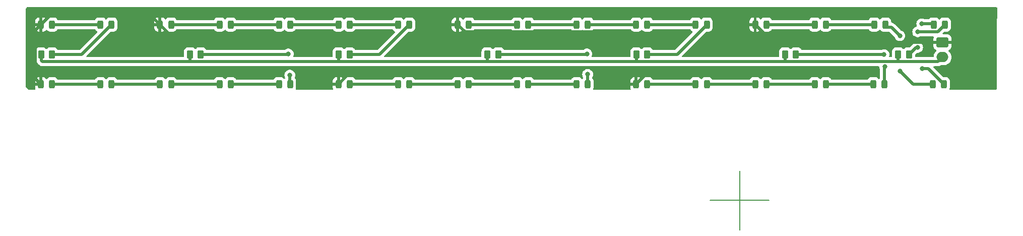
<source format=gbr>
%TF.GenerationSoftware,KiCad,Pcbnew,7.0.8*%
%TF.CreationDate,2023-11-27T23:50:27+08:00*%
%TF.ProjectId,Brake_Light,4272616b-655f-44c6-9967-68742e6b6963,v1.0*%
%TF.SameCoordinates,Original*%
%TF.FileFunction,Copper,L1,Top*%
%TF.FilePolarity,Positive*%
%FSLAX46Y46*%
G04 Gerber Fmt 4.6, Leading zero omitted, Abs format (unit mm)*
G04 Created by KiCad (PCBNEW 7.0.8) date 2023-11-27 23:50:27*
%MOMM*%
%LPD*%
G01*
G04 APERTURE LIST*
G04 Aperture macros list*
%AMRoundRect*
0 Rectangle with rounded corners*
0 $1 Rounding radius*
0 $2 $3 $4 $5 $6 $7 $8 $9 X,Y pos of 4 corners*
0 Add a 4 corners polygon primitive as box body*
4,1,4,$2,$3,$4,$5,$6,$7,$8,$9,$2,$3,0*
0 Add four circle primitives for the rounded corners*
1,1,$1+$1,$2,$3*
1,1,$1+$1,$4,$5*
1,1,$1+$1,$6,$7*
1,1,$1+$1,$8,$9*
0 Add four rect primitives between the rounded corners*
20,1,$1+$1,$2,$3,$4,$5,0*
20,1,$1+$1,$4,$5,$6,$7,0*
20,1,$1+$1,$6,$7,$8,$9,0*
20,1,$1+$1,$8,$9,$2,$3,0*%
G04 Aperture macros list end*
%TA.AperFunction,NonConductor*%
%ADD10C,0.200000*%
%TD*%
%TA.AperFunction,SMDPad,CuDef*%
%ADD11RoundRect,0.250000X-0.262500X-0.450000X0.262500X-0.450000X0.262500X0.450000X-0.262500X0.450000X0*%
%TD*%
%TA.AperFunction,SMDPad,CuDef*%
%ADD12RoundRect,0.243750X-0.243750X-0.456250X0.243750X-0.456250X0.243750X0.456250X-0.243750X0.456250X0*%
%TD*%
%TA.AperFunction,ComponentPad*%
%ADD13RoundRect,0.250000X-0.750000X0.600000X-0.750000X-0.600000X0.750000X-0.600000X0.750000X0.600000X0*%
%TD*%
%TA.AperFunction,ComponentPad*%
%ADD14O,2.000000X1.700000*%
%TD*%
%TA.AperFunction,ViaPad*%
%ADD15C,0.800000*%
%TD*%
%TA.AperFunction,Conductor*%
%ADD16C,0.508000*%
%TD*%
%TA.AperFunction,Conductor*%
%ADD17C,0.254000*%
%TD*%
G04 APERTURE END LIST*
D10*
X167132000Y-122995000D02*
X177038000Y-122995000D01*
X172085000Y-118042000D02*
X172085000Y-127948000D01*
D11*
%TO.P,R7,1*%
%TO.N,/Vcc*%
X54734500Y-98497000D03*
%TO.P,R7,2*%
%TO.N,Net-(D31-A)*%
X56559500Y-98497000D03*
%TD*%
%TO.P,R1,1*%
%TO.N,/Vcc*%
X198734500Y-98497000D03*
%TO.P,R1,2*%
%TO.N,Net-(D1-A)*%
X200559500Y-98497000D03*
%TD*%
D12*
%TO.P,D30,1,K*%
%TO.N,/GND*%
X54709500Y-103494000D03*
%TO.P,D30,2,A*%
%TO.N,Net-(D29-K)*%
X56584500Y-103494000D03*
%TD*%
%TO.P,D9,1,K*%
%TO.N,Net-(D10-A)*%
X164709500Y-103494000D03*
%TO.P,D9,2,A*%
%TO.N,Net-(D8-K)*%
X166584500Y-103494000D03*
%TD*%
%TO.P,D32,1,K*%
%TO.N,/GND*%
X54709500Y-93500000D03*
%TO.P,D32,2,A*%
%TO.N,Net-(D31-K)*%
X56584500Y-93500000D03*
%TD*%
%TO.P,D11,1,K*%
%TO.N,Net-(D11-K)*%
X164709500Y-93500000D03*
%TO.P,D11,2,A*%
%TO.N,Net-(D11-A)*%
X166584500Y-93500000D03*
%TD*%
D11*
%TO.P,R6,1*%
%TO.N,/Vcc*%
X79734500Y-98497000D03*
%TO.P,R6,2*%
%TO.N,Net-(D26-A)*%
X81559500Y-98497000D03*
%TD*%
D12*
%TO.P,D10,1,K*%
%TO.N,/GND*%
X154709500Y-103494000D03*
%TO.P,D10,2,A*%
%TO.N,Net-(D10-A)*%
X156584500Y-103494000D03*
%TD*%
%TO.P,D7,1,K*%
%TO.N,Net-(D7-K)*%
X184709500Y-103494000D03*
%TO.P,D7,2,A*%
%TO.N,Net-(D6-K)*%
X186584500Y-103494000D03*
%TD*%
D11*
%TO.P,R3,1*%
%TO.N,/Vcc*%
X154734500Y-98497000D03*
%TO.P,R3,2*%
%TO.N,Net-(D11-A)*%
X156559500Y-98497000D03*
%TD*%
D12*
%TO.P,D22,1,K*%
%TO.N,Net-(D22-K)*%
X104709500Y-93500000D03*
%TO.P,D22,2,A*%
%TO.N,Net-(D21-K)*%
X106584500Y-93500000D03*
%TD*%
D11*
%TO.P,R5,1*%
%TO.N,/Vcc*%
X104734500Y-98497000D03*
%TO.P,R5,2*%
%TO.N,Net-(D21-A)*%
X106559500Y-98497000D03*
%TD*%
D12*
%TO.P,D15,1,K*%
%TO.N,/GND*%
X124709500Y-93500000D03*
%TO.P,D15,2,A*%
%TO.N,Net-(D14-K)*%
X126584500Y-93500000D03*
%TD*%
%TO.P,D17,1,K*%
%TO.N,Net-(D17-K)*%
X134709500Y-103494000D03*
%TO.P,D17,2,A*%
%TO.N,Net-(D16-K)*%
X136584500Y-103494000D03*
%TD*%
%TO.P,D26,1,K*%
%TO.N,Net-(D26-K)*%
X94709500Y-103494000D03*
%TO.P,D26,2,A*%
%TO.N,Net-(D26-A)*%
X96584500Y-103494000D03*
%TD*%
%TO.P,D2,1,K*%
%TO.N,Net-(D2-K)*%
X204559500Y-103494000D03*
%TO.P,D2,2,A*%
%TO.N,Net-(D1-K)*%
X206434500Y-103494000D03*
%TD*%
%TO.P,D25,1,K*%
%TO.N,/GND*%
X74709500Y-93500000D03*
%TO.P,D25,2,A*%
%TO.N,Net-(D24-K)*%
X76584500Y-93500000D03*
%TD*%
%TO.P,D5,1,K*%
%TO.N,/GND*%
X174709500Y-93500000D03*
%TO.P,D5,2,A*%
%TO.N,Net-(D4-K)*%
X176584500Y-93500000D03*
%TD*%
%TO.P,D13,1,K*%
%TO.N,Net-(D13-K)*%
X144709500Y-93500000D03*
%TO.P,D13,2,A*%
%TO.N,Net-(D12-K)*%
X146584500Y-93500000D03*
%TD*%
%TO.P,D29,1,K*%
%TO.N,Net-(D29-K)*%
X64709500Y-103494000D03*
%TO.P,D29,2,A*%
%TO.N,Net-(D28-K)*%
X66584500Y-103494000D03*
%TD*%
%TO.P,D3,1,K*%
%TO.N,Net-(D3-K)*%
X194709500Y-93500000D03*
%TO.P,D3,2,A*%
%TO.N,Net-(D2-K)*%
X196584500Y-93500000D03*
%TD*%
%TO.P,D8,1,K*%
%TO.N,Net-(D8-K)*%
X174709500Y-103494000D03*
%TO.P,D8,2,A*%
%TO.N,Net-(D7-K)*%
X176584500Y-103494000D03*
%TD*%
%TO.P,D23,1,K*%
%TO.N,Net-(D23-K)*%
X94709500Y-93500000D03*
%TO.P,D23,2,A*%
%TO.N,Net-(D22-K)*%
X96584500Y-93500000D03*
%TD*%
%TO.P,D12,1,K*%
%TO.N,Net-(D12-K)*%
X154709500Y-93500000D03*
%TO.P,D12,2,A*%
%TO.N,Net-(D11-K)*%
X156584500Y-93500000D03*
%TD*%
%TO.P,D14,1,K*%
%TO.N,Net-(D14-K)*%
X134709500Y-93500000D03*
%TO.P,D14,2,A*%
%TO.N,Net-(D13-K)*%
X136584500Y-93500000D03*
%TD*%
%TO.P,D4,1,K*%
%TO.N,Net-(D4-K)*%
X184709500Y-93500000D03*
%TO.P,D4,2,A*%
%TO.N,Net-(D3-K)*%
X186584500Y-93500000D03*
%TD*%
%TO.P,D31,1,K*%
%TO.N,Net-(D31-K)*%
X64709500Y-93500000D03*
%TO.P,D31,2,A*%
%TO.N,Net-(D31-A)*%
X66584500Y-93500000D03*
%TD*%
%TO.P,D20,1,K*%
%TO.N,/GND*%
X104709500Y-103494000D03*
%TO.P,D20,2,A*%
%TO.N,Net-(D19-K)*%
X106584500Y-103494000D03*
%TD*%
%TO.P,D21,1,K*%
%TO.N,Net-(D21-K)*%
X114709500Y-93500000D03*
%TO.P,D21,2,A*%
%TO.N,Net-(D21-A)*%
X116584500Y-93500000D03*
%TD*%
%TO.P,D16,1,K*%
%TO.N,Net-(D16-K)*%
X144709500Y-103494000D03*
%TO.P,D16,2,A*%
%TO.N,Net-(D16-A)*%
X146584500Y-103494000D03*
%TD*%
%TO.P,D24,1,K*%
%TO.N,Net-(D24-K)*%
X84709500Y-93500000D03*
%TO.P,D24,2,A*%
%TO.N,Net-(D23-K)*%
X86584500Y-93500000D03*
%TD*%
%TO.P,D19,1,K*%
%TO.N,Net-(D19-K)*%
X114709500Y-103494000D03*
%TO.P,D19,2,A*%
%TO.N,Net-(D18-K)*%
X116584500Y-103494000D03*
%TD*%
%TO.P,D1,1,K*%
%TO.N,Net-(D1-K)*%
X204709500Y-93500000D03*
%TO.P,D1,2,A*%
%TO.N,Net-(D1-A)*%
X206584500Y-93500000D03*
%TD*%
%TO.P,D6,1,K*%
%TO.N,Net-(D6-K)*%
X194559500Y-103494000D03*
%TO.P,D6,2,A*%
%TO.N,Net-(D6-A)*%
X196434500Y-103494000D03*
%TD*%
%TO.P,D18,1,K*%
%TO.N,Net-(D18-K)*%
X124709500Y-103494000D03*
%TO.P,D18,2,A*%
%TO.N,Net-(D17-K)*%
X126584500Y-103494000D03*
%TD*%
%TO.P,D28,1,K*%
%TO.N,Net-(D28-K)*%
X74709500Y-103494000D03*
%TO.P,D28,2,A*%
%TO.N,Net-(D27-K)*%
X76584500Y-103494000D03*
%TD*%
D11*
%TO.P,R2,1*%
%TO.N,/Vcc*%
X179734500Y-98497000D03*
%TO.P,R2,2*%
%TO.N,Net-(D6-A)*%
X181559500Y-98497000D03*
%TD*%
%TO.P,R4,1*%
%TO.N,/Vcc*%
X129734500Y-98497000D03*
%TO.P,R4,2*%
%TO.N,Net-(D16-A)*%
X131559500Y-98497000D03*
%TD*%
D12*
%TO.P,D27,1,K*%
%TO.N,Net-(D27-K)*%
X84709500Y-103494000D03*
%TO.P,D27,2,A*%
%TO.N,Net-(D26-K)*%
X86584500Y-103494000D03*
%TD*%
D13*
%TO.P,J1,1,Pin_1*%
%TO.N,/GND*%
X206174000Y-96477000D03*
D14*
%TO.P,J1,2,Pin_2*%
%TO.N,/Vcc*%
X206174000Y-98977000D03*
%TD*%
D15*
%TO.N,Net-(D1-K)*%
X202690000Y-93360000D03*
X202740000Y-100860000D03*
%TO.N,Net-(D1-A)*%
X202013500Y-97330500D03*
X202013500Y-94720000D03*
%TO.N,/GND*%
X97790000Y-95504000D03*
X172466000Y-93599000D03*
X171577000Y-101346000D03*
X151765000Y-94742000D03*
X124587000Y-95377000D03*
X101600000Y-101981000D03*
X151765000Y-103251000D03*
X108712000Y-101854000D03*
%TO.N,Net-(D2-K)*%
X199050000Y-101300000D03*
X199010000Y-95380000D03*
%TO.N,Net-(D6-A)*%
X196342000Y-98552000D03*
X196469000Y-100584000D03*
%TO.N,Net-(D16-A)*%
X146558000Y-101854000D03*
X146431000Y-98425000D03*
%TO.N,Net-(D26-A)*%
X96266000Y-98425000D03*
X96520000Y-101981000D03*
%TD*%
D16*
%TO.N,Net-(D10-A)*%
X156584500Y-103494000D02*
X164709500Y-103494000D01*
%TO.N,/Vcc*%
X54734500Y-98497000D02*
X54734500Y-99494500D01*
X54734500Y-99494500D02*
X54970000Y-99730000D01*
X54970000Y-99730000D02*
X79790000Y-99730000D01*
X79790000Y-99730000D02*
X104670000Y-99730000D01*
X79734500Y-99674500D02*
X79790000Y-99730000D01*
X79734500Y-98497000D02*
X79734500Y-99674500D01*
X104670000Y-99730000D02*
X129770000Y-99730000D01*
X104734500Y-98497000D02*
X104734500Y-99665500D01*
X104734500Y-99665500D02*
X104670000Y-99730000D01*
X129770000Y-99730000D02*
X154750000Y-99730000D01*
X129734500Y-98497000D02*
X129734500Y-99694500D01*
X129734500Y-99694500D02*
X129770000Y-99730000D01*
X154734500Y-99714500D02*
X154750000Y-99730000D01*
X154750000Y-99730000D02*
X179710000Y-99730000D01*
X154734500Y-98497000D02*
X154734500Y-99714500D01*
X179734500Y-98497000D02*
X179734500Y-99705500D01*
X179710000Y-99730000D02*
X198660000Y-99730000D01*
X179734500Y-99705500D02*
X179710000Y-99730000D01*
X198660000Y-99730000D02*
X205421000Y-99730000D01*
X198734500Y-98497000D02*
X198734500Y-99655500D01*
X198734500Y-99655500D02*
X198660000Y-99730000D01*
X205421000Y-99730000D02*
X206174000Y-98977000D01*
%TO.N,Net-(D1-K)*%
X202690000Y-93360000D02*
X204569500Y-93360000D01*
X203800500Y-100860000D02*
X202740000Y-100860000D01*
X206434500Y-103494000D02*
X203800500Y-100860000D01*
D17*
X204569500Y-93360000D02*
X204709500Y-93500000D01*
D16*
%TO.N,Net-(D1-A)*%
X205364500Y-94720000D02*
X202013500Y-94720000D01*
D17*
X202013500Y-97330500D02*
X201726000Y-97330500D01*
X200510000Y-98447500D02*
X200559500Y-98497000D01*
D16*
X206584500Y-93500000D02*
X205364500Y-94720000D01*
X201726000Y-97330500D02*
X200559500Y-98497000D01*
%TO.N,/GND*%
X152008000Y-103494000D02*
X151765000Y-103251000D01*
X124709500Y-93500000D02*
X124709500Y-95254500D01*
X177686500Y-96477000D02*
X206174000Y-96477000D01*
X74709500Y-93500000D02*
X73030500Y-91821000D01*
X103113000Y-103494000D02*
X101600000Y-101981000D01*
X76713500Y-95504000D02*
X74709500Y-93500000D01*
X172565000Y-93500000D02*
X172466000Y-93599000D01*
X53768000Y-102552500D02*
X54709500Y-103494000D01*
X97790000Y-95504000D02*
X76713500Y-95504000D01*
X53768000Y-94441500D02*
X53768000Y-102552500D01*
X125951500Y-94742000D02*
X124709500Y-93500000D01*
X174709500Y-93500000D02*
X172565000Y-93500000D01*
X156857500Y-101346000D02*
X154709500Y-103494000D01*
X106349500Y-101854000D02*
X104709500Y-103494000D01*
X54709500Y-93500000D02*
X53768000Y-94441500D01*
X104709500Y-103494000D02*
X103113000Y-103494000D01*
X73030500Y-91821000D02*
X56388500Y-91821000D01*
X177686500Y-96477000D02*
X174709500Y-93500000D01*
X56388500Y-91821000D02*
X54709500Y-93500000D01*
X154709500Y-103494000D02*
X152008000Y-103494000D01*
X171577000Y-101346000D02*
X156857500Y-101346000D01*
X124709500Y-95254500D02*
X124587000Y-95377000D01*
X151765000Y-94742000D02*
X125951500Y-94742000D01*
X108712000Y-101854000D02*
X106349500Y-101854000D01*
%TO.N,Net-(D3-K)*%
X186584500Y-93500000D02*
X194709500Y-93500000D01*
%TO.N,Net-(D2-K)*%
X199010000Y-95380000D02*
X197584000Y-93954000D01*
X204559500Y-103494000D02*
X201244000Y-103494000D01*
X197584000Y-93954000D02*
X196584500Y-93954000D01*
X201244000Y-103494000D02*
X199050000Y-101300000D01*
%TO.N,Net-(D4-K)*%
X176584500Y-93500000D02*
X184709500Y-93500000D01*
%TO.N,Net-(D6-K)*%
X186584500Y-103494000D02*
X194559500Y-103494000D01*
%TO.N,Net-(D7-K)*%
X176584500Y-103494000D02*
X184709500Y-103494000D01*
%TO.N,Net-(D6-A)*%
X196434500Y-100618500D02*
X196434500Y-103494000D01*
D17*
X196287000Y-98497000D02*
X196342000Y-98552000D01*
D16*
X181559500Y-98497000D02*
X196287000Y-98497000D01*
D17*
X196469000Y-100584000D02*
X196434500Y-100618500D01*
D16*
%TO.N,Net-(D8-K)*%
X166584500Y-103494000D02*
X174709500Y-103494000D01*
%TO.N,Net-(D11-K)*%
X156584500Y-93500000D02*
X164709500Y-93500000D01*
%TO.N,Net-(D11-A)*%
X161587500Y-98497000D02*
X166584500Y-93500000D01*
X156559500Y-98497000D02*
X161587500Y-98497000D01*
%TO.N,Net-(D13-K)*%
X136584500Y-93500000D02*
X144709500Y-93500000D01*
%TO.N,Net-(D12-K)*%
X146584500Y-93500000D02*
X154709500Y-93500000D01*
%TO.N,Net-(D14-K)*%
X126584500Y-93500000D02*
X134709500Y-93500000D01*
%TO.N,Net-(D16-K)*%
X136584500Y-103494000D02*
X144709500Y-103494000D01*
%TO.N,Net-(D17-K)*%
X126584500Y-103494000D02*
X134709500Y-103494000D01*
D17*
%TO.N,Net-(D16-A)*%
X146558000Y-103467500D02*
X146584500Y-103494000D01*
X146359000Y-98497000D02*
X146431000Y-98425000D01*
D16*
X131559500Y-98497000D02*
X146359000Y-98497000D01*
X146558000Y-101854000D02*
X146558000Y-103467500D01*
%TO.N,Net-(D19-K)*%
X106584500Y-103494000D02*
X114709500Y-103494000D01*
%TO.N,Net-(D18-K)*%
X116584500Y-103494000D02*
X124709500Y-103494000D01*
%TO.N,Net-(D21-K)*%
X106584500Y-93500000D02*
X114709500Y-93500000D01*
%TO.N,Net-(D21-A)*%
X106559500Y-98497000D02*
X111587500Y-98497000D01*
X111587500Y-98497000D02*
X116584500Y-93500000D01*
%TO.N,Net-(D23-K)*%
X86584500Y-93500000D02*
X94709500Y-93500000D01*
%TO.N,Net-(D22-K)*%
X96584500Y-93500000D02*
X104709500Y-93500000D01*
%TO.N,Net-(D24-K)*%
X76584500Y-93500000D02*
X84709500Y-93500000D01*
%TO.N,Net-(D26-K)*%
X86584500Y-103494000D02*
X94709500Y-103494000D01*
%TO.N,Net-(D27-K)*%
X76584500Y-103494000D02*
X84709500Y-103494000D01*
%TO.N,Net-(D26-A)*%
X81559500Y-98497000D02*
X96194000Y-98497000D01*
D17*
X96194000Y-98497000D02*
X96266000Y-98425000D01*
D16*
X96520000Y-101981000D02*
X96520000Y-103429500D01*
D17*
X96520000Y-103429500D02*
X96584500Y-103494000D01*
D16*
%TO.N,Net-(D29-K)*%
X56584500Y-103494000D02*
X64709500Y-103494000D01*
%TO.N,Net-(D28-K)*%
X66584500Y-103494000D02*
X74709500Y-103494000D01*
%TO.N,Net-(D31-K)*%
X56584500Y-93500000D02*
X64709500Y-93500000D01*
%TO.N,Net-(D31-A)*%
X61587500Y-98497000D02*
X66584500Y-93500000D01*
X56559500Y-98497000D02*
X61587500Y-98497000D01*
%TD*%
%TA.AperFunction,Conductor*%
%TO.N,/GND*%
G36*
X215313039Y-90599685D02*
G01*
X215358794Y-90652489D01*
X215370000Y-90704000D01*
X215370000Y-92416000D01*
X215350315Y-92483039D01*
X215339831Y-92492123D01*
X215314846Y-92552441D01*
X215327166Y-92575002D01*
X215330000Y-92601362D01*
X215330000Y-104158638D01*
X215310315Y-104225677D01*
X215293681Y-104246319D01*
X215136319Y-104403681D01*
X215074996Y-104437166D01*
X215048638Y-104440000D01*
X207471296Y-104440000D01*
X207404257Y-104420315D01*
X207358502Y-104367511D01*
X207348558Y-104298353D01*
X207355809Y-104274018D01*
X207355090Y-104273780D01*
X207357362Y-104266925D01*
X207412087Y-104101775D01*
X207422500Y-103999848D01*
X207422500Y-102988152D01*
X207412087Y-102886225D01*
X207357362Y-102721075D01*
X207357358Y-102721069D01*
X207357357Y-102721066D01*
X207266028Y-102573000D01*
X207266025Y-102572996D01*
X207143003Y-102449974D01*
X207142999Y-102449971D01*
X206994933Y-102358642D01*
X206994927Y-102358639D01*
X206994925Y-102358638D01*
X206994922Y-102358637D01*
X206829776Y-102303913D01*
X206727855Y-102293500D01*
X206727848Y-102293500D01*
X206352386Y-102293500D01*
X206285347Y-102273815D01*
X206264705Y-102257181D01*
X204703705Y-100696181D01*
X204670220Y-100634858D01*
X204675204Y-100565166D01*
X204717076Y-100509233D01*
X204782540Y-100484816D01*
X204791386Y-100484500D01*
X205357000Y-100484500D01*
X205374969Y-100485809D01*
X205380350Y-100486596D01*
X205398906Y-100489315D01*
X205451248Y-100484735D01*
X205456649Y-100484500D01*
X205464934Y-100484500D01*
X205464941Y-100484500D01*
X205497674Y-100480674D01*
X205574612Y-100473943D01*
X205574615Y-100473941D01*
X205581693Y-100472481D01*
X205581704Y-100472535D01*
X205589163Y-100470881D01*
X205589151Y-100470827D01*
X205596178Y-100469160D01*
X205596184Y-100469160D01*
X205652100Y-100448808D01*
X205668740Y-100442752D01*
X205742034Y-100418465D01*
X205748581Y-100415412D01*
X205748604Y-100415462D01*
X205755498Y-100412125D01*
X205755473Y-100412075D01*
X205761916Y-100408838D01*
X205761924Y-100408836D01*
X205811030Y-100376538D01*
X205826443Y-100366401D01*
X205838981Y-100358666D01*
X205863922Y-100343283D01*
X205931312Y-100324843D01*
X205939811Y-100325293D01*
X205965034Y-100327500D01*
X206382966Y-100327500D01*
X206559408Y-100312063D01*
X206787663Y-100250903D01*
X207001829Y-100151035D01*
X207195401Y-100015495D01*
X207362495Y-99848401D01*
X207498035Y-99654830D01*
X207597903Y-99440663D01*
X207659063Y-99212408D01*
X207679659Y-98977000D01*
X207659063Y-98741592D01*
X207597903Y-98513337D01*
X207498035Y-98299171D01*
X207498034Y-98299169D01*
X207362494Y-98105597D01*
X207214932Y-97958035D01*
X207181447Y-97896712D01*
X207186431Y-97827020D01*
X207228303Y-97771087D01*
X207237516Y-97764815D01*
X207392345Y-97669315D01*
X207516315Y-97545345D01*
X207608356Y-97396124D01*
X207608358Y-97396119D01*
X207663505Y-97229697D01*
X207663506Y-97229690D01*
X207673999Y-97126986D01*
X207674000Y-97126973D01*
X207674000Y-96727000D01*
X206607686Y-96727000D01*
X206633493Y-96686844D01*
X206674000Y-96548889D01*
X206674000Y-96405111D01*
X206633493Y-96267156D01*
X206607686Y-96227000D01*
X207673999Y-96227000D01*
X207673999Y-95827028D01*
X207673998Y-95827013D01*
X207663505Y-95724302D01*
X207608358Y-95557880D01*
X207608356Y-95557875D01*
X207516315Y-95408654D01*
X207392345Y-95284684D01*
X207243124Y-95192643D01*
X207243119Y-95192641D01*
X207076697Y-95137494D01*
X207076690Y-95137493D01*
X206973986Y-95127000D01*
X206323885Y-95127000D01*
X206256846Y-95107315D01*
X206211091Y-95054511D01*
X206201147Y-94985353D01*
X206230172Y-94921797D01*
X206236195Y-94915327D01*
X206414705Y-94736819D01*
X206476028Y-94703334D01*
X206502386Y-94700500D01*
X206877843Y-94700500D01*
X206877848Y-94700500D01*
X206979775Y-94690087D01*
X207144925Y-94635362D01*
X207293003Y-94544026D01*
X207416026Y-94421003D01*
X207507362Y-94272925D01*
X207562087Y-94107775D01*
X207572500Y-94005848D01*
X207572500Y-92994152D01*
X207562087Y-92892225D01*
X207507362Y-92727075D01*
X207507358Y-92727069D01*
X207507357Y-92727066D01*
X207416028Y-92579000D01*
X207416025Y-92578996D01*
X207293003Y-92455974D01*
X207292999Y-92455971D01*
X207144933Y-92364642D01*
X207144927Y-92364639D01*
X207144925Y-92364638D01*
X207144922Y-92364637D01*
X206979776Y-92309913D01*
X206877855Y-92299500D01*
X206877848Y-92299500D01*
X206291152Y-92299500D01*
X206291144Y-92299500D01*
X206189223Y-92309913D01*
X206024077Y-92364637D01*
X206024066Y-92364642D01*
X205876000Y-92455971D01*
X205875996Y-92455974D01*
X205752974Y-92578996D01*
X205752971Y-92579000D01*
X205752538Y-92579703D01*
X205752114Y-92580083D01*
X205748493Y-92584664D01*
X205747710Y-92584045D01*
X205700590Y-92626428D01*
X205631628Y-92637649D01*
X205567546Y-92609806D01*
X205545657Y-92584544D01*
X205545507Y-92584664D01*
X205542859Y-92581315D01*
X205541462Y-92579703D01*
X205541028Y-92579000D01*
X205541025Y-92578996D01*
X205418003Y-92455974D01*
X205417999Y-92455971D01*
X205269933Y-92364642D01*
X205269927Y-92364639D01*
X205269925Y-92364638D01*
X205269922Y-92364637D01*
X205104776Y-92309913D01*
X205002855Y-92299500D01*
X205002848Y-92299500D01*
X204416152Y-92299500D01*
X204416144Y-92299500D01*
X204314223Y-92309913D01*
X204149077Y-92364637D01*
X204149066Y-92364642D01*
X204001000Y-92455971D01*
X204000996Y-92455974D01*
X203887790Y-92569181D01*
X203826467Y-92602666D01*
X203800109Y-92605500D01*
X203223831Y-92605500D01*
X203156792Y-92585815D01*
X203150944Y-92581817D01*
X203148557Y-92580083D01*
X203142730Y-92575849D01*
X203142729Y-92575848D01*
X202969807Y-92498857D01*
X202969802Y-92498855D01*
X202824001Y-92467865D01*
X202784646Y-92459500D01*
X202595354Y-92459500D01*
X202562897Y-92466398D01*
X202410197Y-92498855D01*
X202410192Y-92498857D01*
X202237270Y-92575848D01*
X202237265Y-92575851D01*
X202084129Y-92687111D01*
X201957466Y-92827785D01*
X201862821Y-92991715D01*
X201862818Y-92991722D01*
X201827007Y-93101938D01*
X201804326Y-93171744D01*
X201784540Y-93360000D01*
X201804326Y-93548256D01*
X201804327Y-93548259D01*
X201851607Y-93693772D01*
X201853602Y-93763613D01*
X201817522Y-93823446D01*
X201759458Y-93853380D01*
X201733696Y-93858856D01*
X201733692Y-93858857D01*
X201560770Y-93935848D01*
X201560765Y-93935851D01*
X201407629Y-94047111D01*
X201280966Y-94187785D01*
X201186321Y-94351715D01*
X201186318Y-94351722D01*
X201132013Y-94518857D01*
X201127826Y-94531744D01*
X201108040Y-94720000D01*
X201127826Y-94908256D01*
X201127827Y-94908259D01*
X201186318Y-95088277D01*
X201186321Y-95088284D01*
X201280967Y-95252216D01*
X201374775Y-95356400D01*
X201407629Y-95392888D01*
X201560765Y-95504148D01*
X201560770Y-95504151D01*
X201733692Y-95581142D01*
X201733697Y-95581144D01*
X201918854Y-95620500D01*
X201918855Y-95620500D01*
X202108144Y-95620500D01*
X202108146Y-95620500D01*
X202293303Y-95581144D01*
X202466230Y-95504151D01*
X202474444Y-95498182D01*
X202540250Y-95474702D01*
X202547331Y-95474500D01*
X204595551Y-95474500D01*
X204662590Y-95494185D01*
X204708345Y-95546989D01*
X204718289Y-95616147D01*
X204713257Y-95637504D01*
X204684494Y-95724302D01*
X204684493Y-95724309D01*
X204674000Y-95827013D01*
X204674000Y-96227000D01*
X205740314Y-96227000D01*
X205714507Y-96267156D01*
X205674000Y-96405111D01*
X205674000Y-96548889D01*
X205714507Y-96686844D01*
X205740314Y-96727000D01*
X204674001Y-96727000D01*
X204674001Y-97126986D01*
X204684494Y-97229697D01*
X204739641Y-97396119D01*
X204739643Y-97396124D01*
X204831684Y-97545345D01*
X204955654Y-97669315D01*
X205110484Y-97764815D01*
X205157208Y-97816763D01*
X205168431Y-97885726D01*
X205140587Y-97949808D01*
X205133069Y-97958035D01*
X204985501Y-98105603D01*
X204985501Y-98105604D01*
X204849967Y-98299165D01*
X204849965Y-98299169D01*
X204750098Y-98513335D01*
X204750094Y-98513344D01*
X204688938Y-98741586D01*
X204688936Y-98741596D01*
X204678375Y-98862308D01*
X204652922Y-98927377D01*
X204596331Y-98968355D01*
X204554847Y-98975500D01*
X201696500Y-98975500D01*
X201629461Y-98955815D01*
X201583706Y-98903011D01*
X201572500Y-98851500D01*
X201572499Y-98602385D01*
X201592183Y-98535346D01*
X201608813Y-98514709D01*
X201856204Y-98267319D01*
X201917527Y-98233834D01*
X201943885Y-98231000D01*
X202108144Y-98231000D01*
X202108146Y-98231000D01*
X202293303Y-98191644D01*
X202466230Y-98114651D01*
X202619371Y-98003388D01*
X202746033Y-97862716D01*
X202840679Y-97698784D01*
X202899174Y-97518756D01*
X202918960Y-97330500D01*
X202899174Y-97142244D01*
X202840679Y-96962216D01*
X202746033Y-96798284D01*
X202619371Y-96657612D01*
X202619370Y-96657611D01*
X202466234Y-96546351D01*
X202466229Y-96546348D01*
X202293307Y-96469357D01*
X202293302Y-96469355D01*
X202147501Y-96438365D01*
X202108146Y-96430000D01*
X201918854Y-96430000D01*
X201886397Y-96436898D01*
X201733697Y-96469355D01*
X201733692Y-96469357D01*
X201560770Y-96546348D01*
X201560766Y-96546351D01*
X201464866Y-96616025D01*
X201430990Y-96633411D01*
X201404965Y-96642035D01*
X201254844Y-96734631D01*
X200729293Y-97260181D01*
X200667970Y-97293666D01*
X200641612Y-97296500D01*
X200246998Y-97296500D01*
X200246980Y-97296501D01*
X200144203Y-97307000D01*
X200144200Y-97307001D01*
X199977668Y-97362185D01*
X199977663Y-97362187D01*
X199828342Y-97454289D01*
X199734681Y-97547951D01*
X199673358Y-97581436D01*
X199603666Y-97576452D01*
X199559319Y-97547951D01*
X199465657Y-97454289D01*
X199465656Y-97454288D01*
X199316334Y-97362186D01*
X199149797Y-97307001D01*
X199149795Y-97307000D01*
X199047010Y-97296500D01*
X198421998Y-97296500D01*
X198421980Y-97296501D01*
X198319203Y-97307000D01*
X198319200Y-97307001D01*
X198152668Y-97362185D01*
X198152663Y-97362187D01*
X198003342Y-97454289D01*
X197879289Y-97578342D01*
X197787187Y-97727663D01*
X197787185Y-97727668D01*
X197773870Y-97767851D01*
X197732001Y-97894203D01*
X197732001Y-97894204D01*
X197732000Y-97894204D01*
X197721500Y-97996983D01*
X197721500Y-97996991D01*
X197721500Y-98425000D01*
X197721501Y-98851500D01*
X197701817Y-98918539D01*
X197649013Y-98964294D01*
X197597501Y-98975500D01*
X197321910Y-98975500D01*
X197254871Y-98955815D01*
X197209116Y-98903011D01*
X197199172Y-98833853D01*
X197203979Y-98813182D01*
X197217913Y-98770297D01*
X197227674Y-98740256D01*
X197247460Y-98552000D01*
X197227674Y-98363744D01*
X197169179Y-98183716D01*
X197074533Y-98019784D01*
X196947871Y-97879112D01*
X196925304Y-97862716D01*
X196794734Y-97767851D01*
X196794729Y-97767848D01*
X196621807Y-97690857D01*
X196621802Y-97690855D01*
X196476001Y-97659865D01*
X196436646Y-97651500D01*
X196247354Y-97651500D01*
X196214897Y-97658398D01*
X196062197Y-97690855D01*
X196062192Y-97690857D01*
X195970283Y-97731779D01*
X195919847Y-97742500D01*
X182585171Y-97742500D01*
X182518132Y-97722815D01*
X182479632Y-97683597D01*
X182470823Y-97669315D01*
X182414712Y-97578344D01*
X182290656Y-97454288D01*
X182141334Y-97362186D01*
X181974797Y-97307001D01*
X181974795Y-97307000D01*
X181872010Y-97296500D01*
X181246998Y-97296500D01*
X181246980Y-97296501D01*
X181144203Y-97307000D01*
X181144200Y-97307001D01*
X180977668Y-97362185D01*
X180977663Y-97362187D01*
X180828342Y-97454289D01*
X180734681Y-97547951D01*
X180673358Y-97581436D01*
X180603666Y-97576452D01*
X180559319Y-97547951D01*
X180465657Y-97454289D01*
X180465656Y-97454288D01*
X180316334Y-97362186D01*
X180149797Y-97307001D01*
X180149795Y-97307000D01*
X180047010Y-97296500D01*
X179421998Y-97296500D01*
X179421980Y-97296501D01*
X179319203Y-97307000D01*
X179319200Y-97307001D01*
X179152668Y-97362185D01*
X179152663Y-97362187D01*
X179003342Y-97454289D01*
X178879289Y-97578342D01*
X178787187Y-97727663D01*
X178787185Y-97727668D01*
X178773870Y-97767851D01*
X178732001Y-97894203D01*
X178732001Y-97894204D01*
X178732000Y-97894204D01*
X178721500Y-97996983D01*
X178721500Y-97996991D01*
X178721500Y-98425000D01*
X178721501Y-98851500D01*
X178701817Y-98918539D01*
X178649013Y-98964294D01*
X178597501Y-98975500D01*
X162475386Y-98975500D01*
X162408347Y-98955815D01*
X162362592Y-98903011D01*
X162352648Y-98833853D01*
X162381673Y-98770297D01*
X162387705Y-98763819D01*
X166414705Y-94736819D01*
X166476028Y-94703334D01*
X166502386Y-94700500D01*
X166877843Y-94700500D01*
X166877848Y-94700500D01*
X166979775Y-94690087D01*
X167144925Y-94635362D01*
X167293003Y-94544026D01*
X167416026Y-94421003D01*
X167507362Y-94272925D01*
X167562087Y-94107775D01*
X167572500Y-94005848D01*
X167572500Y-93750000D01*
X173722000Y-93750000D01*
X173722000Y-94005815D01*
X173732407Y-94107673D01*
X173787094Y-94272709D01*
X173787096Y-94272714D01*
X173878370Y-94420691D01*
X174001308Y-94543629D01*
X174149285Y-94634903D01*
X174149290Y-94634905D01*
X174314326Y-94689592D01*
X174416184Y-94699999D01*
X174416197Y-94700000D01*
X174459500Y-94700000D01*
X174959500Y-94700000D01*
X175002803Y-94700000D01*
X175002815Y-94699999D01*
X175104673Y-94689592D01*
X175269709Y-94634905D01*
X175269714Y-94634903D01*
X175417691Y-94543629D01*
X175540628Y-94420692D01*
X175541159Y-94419832D01*
X175541680Y-94419363D01*
X175545112Y-94415023D01*
X175545853Y-94415608D01*
X175593101Y-94373102D01*
X175662063Y-94361872D01*
X175726148Y-94389708D01*
X175748413Y-94415398D01*
X175748493Y-94415336D01*
X175749890Y-94417103D01*
X175752238Y-94419812D01*
X175752968Y-94420995D01*
X175752974Y-94421003D01*
X175875996Y-94544025D01*
X175876000Y-94544028D01*
X176024066Y-94635357D01*
X176024069Y-94635358D01*
X176024075Y-94635362D01*
X176189225Y-94690087D01*
X176291152Y-94700500D01*
X176291157Y-94700500D01*
X176877843Y-94700500D01*
X176877848Y-94700500D01*
X176979775Y-94690087D01*
X177144925Y-94635362D01*
X177293003Y-94544026D01*
X177416026Y-94421003D01*
X177482395Y-94313401D01*
X177534342Y-94266679D01*
X177587933Y-94254500D01*
X183706067Y-94254500D01*
X183773106Y-94274185D01*
X183811603Y-94313400D01*
X183877969Y-94420995D01*
X183877975Y-94421004D01*
X184000996Y-94544025D01*
X184001000Y-94544028D01*
X184149066Y-94635357D01*
X184149069Y-94635358D01*
X184149075Y-94635362D01*
X184314225Y-94690087D01*
X184416152Y-94700500D01*
X184416157Y-94700500D01*
X185002843Y-94700500D01*
X185002848Y-94700500D01*
X185104775Y-94690087D01*
X185269925Y-94635362D01*
X185418003Y-94544026D01*
X185541026Y-94421003D01*
X185541458Y-94420301D01*
X185541881Y-94419921D01*
X185545507Y-94415336D01*
X185546290Y-94415955D01*
X185593402Y-94373575D01*
X185662364Y-94362349D01*
X185726448Y-94390188D01*
X185748342Y-94415455D01*
X185748493Y-94415336D01*
X185751143Y-94418687D01*
X185752540Y-94420299D01*
X185752969Y-94420995D01*
X185752975Y-94421004D01*
X185875996Y-94544025D01*
X185876000Y-94544028D01*
X186024066Y-94635357D01*
X186024069Y-94635358D01*
X186024075Y-94635362D01*
X186189225Y-94690087D01*
X186291152Y-94700500D01*
X186291157Y-94700500D01*
X186877843Y-94700500D01*
X186877848Y-94700500D01*
X186979775Y-94690087D01*
X187144925Y-94635362D01*
X187293003Y-94544026D01*
X187416026Y-94421003D01*
X187482395Y-94313401D01*
X187534342Y-94266679D01*
X187587933Y-94254500D01*
X193706067Y-94254500D01*
X193773106Y-94274185D01*
X193811603Y-94313400D01*
X193877969Y-94420995D01*
X193877975Y-94421004D01*
X194000996Y-94544025D01*
X194001000Y-94544028D01*
X194149066Y-94635357D01*
X194149069Y-94635358D01*
X194149075Y-94635362D01*
X194314225Y-94690087D01*
X194416152Y-94700500D01*
X194416157Y-94700500D01*
X195002843Y-94700500D01*
X195002848Y-94700500D01*
X195104775Y-94690087D01*
X195269925Y-94635362D01*
X195418003Y-94544026D01*
X195541026Y-94421003D01*
X195541458Y-94420301D01*
X195541881Y-94419921D01*
X195545507Y-94415336D01*
X195546290Y-94415955D01*
X195593402Y-94373575D01*
X195662364Y-94362349D01*
X195726448Y-94390188D01*
X195748342Y-94415455D01*
X195748493Y-94415336D01*
X195751143Y-94418687D01*
X195752540Y-94420299D01*
X195752969Y-94420995D01*
X195752975Y-94421004D01*
X195875996Y-94544025D01*
X195876000Y-94544028D01*
X196024066Y-94635357D01*
X196024069Y-94635358D01*
X196024075Y-94635362D01*
X196189225Y-94690087D01*
X196291152Y-94700500D01*
X196448066Y-94700500D01*
X196476661Y-94703842D01*
X196496312Y-94708500D01*
X197220114Y-94708500D01*
X197287153Y-94728185D01*
X197307795Y-94744819D01*
X198099951Y-95536975D01*
X198130201Y-95586338D01*
X198182818Y-95748277D01*
X198182821Y-95748284D01*
X198277467Y-95912216D01*
X198403373Y-96052048D01*
X198404129Y-96052888D01*
X198557265Y-96164148D01*
X198557270Y-96164151D01*
X198730192Y-96241142D01*
X198730197Y-96241144D01*
X198915354Y-96280500D01*
X198915355Y-96280500D01*
X199104644Y-96280500D01*
X199104646Y-96280500D01*
X199289803Y-96241144D01*
X199462730Y-96164151D01*
X199615871Y-96052888D01*
X199742533Y-95912216D01*
X199837179Y-95748284D01*
X199895674Y-95568256D01*
X199915460Y-95380000D01*
X199895674Y-95191744D01*
X199837179Y-95011716D01*
X199742533Y-94847784D01*
X199615871Y-94707112D01*
X199610671Y-94703334D01*
X199462734Y-94595851D01*
X199462729Y-94595848D01*
X199289807Y-94518857D01*
X199289805Y-94518856D01*
X199231850Y-94506537D01*
X199170369Y-94473343D01*
X199169952Y-94472928D01*
X198162766Y-93465742D01*
X198150984Y-93452109D01*
X198147604Y-93447569D01*
X198136539Y-93432706D01*
X198136537Y-93432704D01*
X198136538Y-93432704D01*
X198108932Y-93409541D01*
X198096285Y-93398928D01*
X198092310Y-93395286D01*
X198086441Y-93389417D01*
X198086440Y-93389416D01*
X198086438Y-93389414D01*
X198060584Y-93368972D01*
X198001427Y-93319333D01*
X197995394Y-93315365D01*
X197995422Y-93315321D01*
X197988961Y-93311204D01*
X197988934Y-93311250D01*
X197982790Y-93307460D01*
X197912808Y-93274827D01*
X197843815Y-93240177D01*
X197837031Y-93237708D01*
X197837049Y-93237658D01*
X197829807Y-93235141D01*
X197829791Y-93235191D01*
X197822938Y-93232920D01*
X197747311Y-93217304D01*
X197723394Y-93211636D01*
X197672188Y-93199500D01*
X197672186Y-93199500D01*
X197667903Y-93198485D01*
X197607211Y-93163870D01*
X197574867Y-93101938D01*
X197572500Y-93077827D01*
X197572500Y-92994157D01*
X197572499Y-92994144D01*
X197562097Y-92892326D01*
X197562087Y-92892225D01*
X197507362Y-92727075D01*
X197507358Y-92727069D01*
X197507357Y-92727066D01*
X197416028Y-92579000D01*
X197416025Y-92578996D01*
X197293003Y-92455974D01*
X197292999Y-92455971D01*
X197144933Y-92364642D01*
X197144927Y-92364639D01*
X197144925Y-92364638D01*
X197144922Y-92364637D01*
X196979776Y-92309913D01*
X196877855Y-92299500D01*
X196877848Y-92299500D01*
X196291152Y-92299500D01*
X196291144Y-92299500D01*
X196189223Y-92309913D01*
X196024077Y-92364637D01*
X196024066Y-92364642D01*
X195876000Y-92455971D01*
X195875996Y-92455974D01*
X195752974Y-92578996D01*
X195752971Y-92579000D01*
X195752538Y-92579703D01*
X195752114Y-92580083D01*
X195748493Y-92584664D01*
X195747710Y-92584045D01*
X195700590Y-92626428D01*
X195631628Y-92637649D01*
X195567546Y-92609806D01*
X195545657Y-92584544D01*
X195545507Y-92584664D01*
X195542859Y-92581315D01*
X195541462Y-92579703D01*
X195541028Y-92579000D01*
X195541025Y-92578996D01*
X195418003Y-92455974D01*
X195417999Y-92455971D01*
X195269933Y-92364642D01*
X195269927Y-92364639D01*
X195269925Y-92364638D01*
X195269922Y-92364637D01*
X195104776Y-92309913D01*
X195002855Y-92299500D01*
X195002848Y-92299500D01*
X194416152Y-92299500D01*
X194416144Y-92299500D01*
X194314223Y-92309913D01*
X194149077Y-92364637D01*
X194149066Y-92364642D01*
X194001000Y-92455971D01*
X194000996Y-92455974D01*
X193877975Y-92578995D01*
X193864179Y-92601362D01*
X193811604Y-92686598D01*
X193759658Y-92733321D01*
X193706067Y-92745500D01*
X187587933Y-92745500D01*
X187520894Y-92725815D01*
X187482396Y-92686599D01*
X187416026Y-92578997D01*
X187293003Y-92455974D01*
X187292999Y-92455971D01*
X187144933Y-92364642D01*
X187144927Y-92364639D01*
X187144925Y-92364638D01*
X187144922Y-92364637D01*
X186979776Y-92309913D01*
X186877855Y-92299500D01*
X186877848Y-92299500D01*
X186291152Y-92299500D01*
X186291144Y-92299500D01*
X186189223Y-92309913D01*
X186024077Y-92364637D01*
X186024066Y-92364642D01*
X185876000Y-92455971D01*
X185875996Y-92455974D01*
X185752974Y-92578996D01*
X185752971Y-92579000D01*
X185752538Y-92579703D01*
X185752114Y-92580083D01*
X185748493Y-92584664D01*
X185747710Y-92584045D01*
X185700590Y-92626428D01*
X185631628Y-92637649D01*
X185567546Y-92609806D01*
X185545657Y-92584544D01*
X185545507Y-92584664D01*
X185542859Y-92581315D01*
X185541462Y-92579703D01*
X185541028Y-92579000D01*
X185541025Y-92578996D01*
X185418003Y-92455974D01*
X185417999Y-92455971D01*
X185269933Y-92364642D01*
X185269927Y-92364639D01*
X185269925Y-92364638D01*
X185269922Y-92364637D01*
X185104776Y-92309913D01*
X185002855Y-92299500D01*
X185002848Y-92299500D01*
X184416152Y-92299500D01*
X184416144Y-92299500D01*
X184314223Y-92309913D01*
X184149077Y-92364637D01*
X184149066Y-92364642D01*
X184001000Y-92455971D01*
X184000996Y-92455974D01*
X183877975Y-92578995D01*
X183864179Y-92601362D01*
X183811604Y-92686598D01*
X183759658Y-92733321D01*
X183706067Y-92745500D01*
X177587933Y-92745500D01*
X177520894Y-92725815D01*
X177482396Y-92686599D01*
X177416026Y-92578997D01*
X177293003Y-92455974D01*
X177292999Y-92455971D01*
X177144933Y-92364642D01*
X177144927Y-92364639D01*
X177144925Y-92364638D01*
X177144922Y-92364637D01*
X176979776Y-92309913D01*
X176877855Y-92299500D01*
X176877848Y-92299500D01*
X176291152Y-92299500D01*
X176291144Y-92299500D01*
X176189223Y-92309913D01*
X176024077Y-92364637D01*
X176024066Y-92364642D01*
X175876000Y-92455971D01*
X175875996Y-92455974D01*
X175752974Y-92578996D01*
X175752967Y-92579005D01*
X175752234Y-92580194D01*
X175751519Y-92580836D01*
X175748493Y-92584664D01*
X175747838Y-92584146D01*
X175700280Y-92626911D01*
X175631316Y-92638123D01*
X175567238Y-92610271D01*
X175545238Y-92584877D01*
X175545112Y-92584977D01*
X175542885Y-92582161D01*
X175541163Y-92580173D01*
X175540630Y-92579309D01*
X175417691Y-92456370D01*
X175269714Y-92365096D01*
X175269709Y-92365094D01*
X175104673Y-92310407D01*
X175002815Y-92300000D01*
X174959500Y-92300000D01*
X174959500Y-94700000D01*
X174459500Y-94700000D01*
X174459500Y-93750000D01*
X173722000Y-93750000D01*
X167572500Y-93750000D01*
X167572500Y-93250000D01*
X173722000Y-93250000D01*
X174459500Y-93250000D01*
X174459500Y-92300000D01*
X174416184Y-92300000D01*
X174314326Y-92310407D01*
X174149290Y-92365094D01*
X174149285Y-92365096D01*
X174001308Y-92456370D01*
X173878370Y-92579308D01*
X173787096Y-92727285D01*
X173787094Y-92727290D01*
X173732407Y-92892326D01*
X173722000Y-92994184D01*
X173722000Y-93250000D01*
X167572500Y-93250000D01*
X167572500Y-92994152D01*
X167562087Y-92892225D01*
X167507362Y-92727075D01*
X167507358Y-92727069D01*
X167507357Y-92727066D01*
X167416028Y-92579000D01*
X167416025Y-92578996D01*
X167293003Y-92455974D01*
X167292999Y-92455971D01*
X167144933Y-92364642D01*
X167144927Y-92364639D01*
X167144925Y-92364638D01*
X167144922Y-92364637D01*
X166979776Y-92309913D01*
X166877855Y-92299500D01*
X166877848Y-92299500D01*
X166291152Y-92299500D01*
X166291144Y-92299500D01*
X166189223Y-92309913D01*
X166024077Y-92364637D01*
X166024066Y-92364642D01*
X165876000Y-92455971D01*
X165875996Y-92455974D01*
X165752974Y-92578996D01*
X165752971Y-92579000D01*
X165752538Y-92579703D01*
X165752114Y-92580083D01*
X165748493Y-92584664D01*
X165747710Y-92584045D01*
X165700590Y-92626428D01*
X165631628Y-92637649D01*
X165567546Y-92609806D01*
X165545657Y-92584544D01*
X165545507Y-92584664D01*
X165542859Y-92581315D01*
X165541462Y-92579703D01*
X165541028Y-92579000D01*
X165541025Y-92578996D01*
X165418003Y-92455974D01*
X165417999Y-92455971D01*
X165269933Y-92364642D01*
X165269927Y-92364639D01*
X165269925Y-92364638D01*
X165269922Y-92364637D01*
X165104776Y-92309913D01*
X165002855Y-92299500D01*
X165002848Y-92299500D01*
X164416152Y-92299500D01*
X164416144Y-92299500D01*
X164314223Y-92309913D01*
X164149077Y-92364637D01*
X164149066Y-92364642D01*
X164001000Y-92455971D01*
X164000996Y-92455974D01*
X163877975Y-92578995D01*
X163864179Y-92601362D01*
X163811604Y-92686598D01*
X163759658Y-92733321D01*
X163706067Y-92745500D01*
X157587933Y-92745500D01*
X157520894Y-92725815D01*
X157482396Y-92686599D01*
X157416026Y-92578997D01*
X157293003Y-92455974D01*
X157292999Y-92455971D01*
X157144933Y-92364642D01*
X157144927Y-92364639D01*
X157144925Y-92364638D01*
X157144922Y-92364637D01*
X156979776Y-92309913D01*
X156877855Y-92299500D01*
X156877848Y-92299500D01*
X156291152Y-92299500D01*
X156291144Y-92299500D01*
X156189223Y-92309913D01*
X156024077Y-92364637D01*
X156024066Y-92364642D01*
X155876000Y-92455971D01*
X155875996Y-92455974D01*
X155752974Y-92578996D01*
X155752971Y-92579000D01*
X155752538Y-92579703D01*
X155752114Y-92580083D01*
X155748493Y-92584664D01*
X155747710Y-92584045D01*
X155700590Y-92626428D01*
X155631628Y-92637649D01*
X155567546Y-92609806D01*
X155545657Y-92584544D01*
X155545507Y-92584664D01*
X155542859Y-92581315D01*
X155541462Y-92579703D01*
X155541028Y-92579000D01*
X155541025Y-92578996D01*
X155418003Y-92455974D01*
X155417999Y-92455971D01*
X155269933Y-92364642D01*
X155269927Y-92364639D01*
X155269925Y-92364638D01*
X155269922Y-92364637D01*
X155104776Y-92309913D01*
X155002855Y-92299500D01*
X155002848Y-92299500D01*
X154416152Y-92299500D01*
X154416144Y-92299500D01*
X154314223Y-92309913D01*
X154149077Y-92364637D01*
X154149066Y-92364642D01*
X154001000Y-92455971D01*
X154000996Y-92455974D01*
X153877975Y-92578995D01*
X153864179Y-92601362D01*
X153811604Y-92686598D01*
X153759658Y-92733321D01*
X153706067Y-92745500D01*
X147587933Y-92745500D01*
X147520894Y-92725815D01*
X147482396Y-92686599D01*
X147416026Y-92578997D01*
X147293003Y-92455974D01*
X147292999Y-92455971D01*
X147144933Y-92364642D01*
X147144927Y-92364639D01*
X147144925Y-92364638D01*
X147144922Y-92364637D01*
X146979776Y-92309913D01*
X146877855Y-92299500D01*
X146877848Y-92299500D01*
X146291152Y-92299500D01*
X146291144Y-92299500D01*
X146189223Y-92309913D01*
X146024077Y-92364637D01*
X146024066Y-92364642D01*
X145876000Y-92455971D01*
X145875996Y-92455974D01*
X145752974Y-92578996D01*
X145752971Y-92579000D01*
X145752538Y-92579703D01*
X145752114Y-92580083D01*
X145748493Y-92584664D01*
X145747710Y-92584045D01*
X145700590Y-92626428D01*
X145631628Y-92637649D01*
X145567546Y-92609806D01*
X145545657Y-92584544D01*
X145545507Y-92584664D01*
X145542859Y-92581315D01*
X145541462Y-92579703D01*
X145541028Y-92579000D01*
X145541025Y-92578996D01*
X145418003Y-92455974D01*
X145417999Y-92455971D01*
X145269933Y-92364642D01*
X145269927Y-92364639D01*
X145269925Y-92364638D01*
X145269922Y-92364637D01*
X145104776Y-92309913D01*
X145002855Y-92299500D01*
X145002848Y-92299500D01*
X144416152Y-92299500D01*
X144416144Y-92299500D01*
X144314223Y-92309913D01*
X144149077Y-92364637D01*
X144149066Y-92364642D01*
X144001000Y-92455971D01*
X144000996Y-92455974D01*
X143877975Y-92578995D01*
X143864179Y-92601362D01*
X143811604Y-92686598D01*
X143759658Y-92733321D01*
X143706067Y-92745500D01*
X137587933Y-92745500D01*
X137520894Y-92725815D01*
X137482396Y-92686599D01*
X137416026Y-92578997D01*
X137293003Y-92455974D01*
X137292999Y-92455971D01*
X137144933Y-92364642D01*
X137144927Y-92364639D01*
X137144925Y-92364638D01*
X137144922Y-92364637D01*
X136979776Y-92309913D01*
X136877855Y-92299500D01*
X136877848Y-92299500D01*
X136291152Y-92299500D01*
X136291144Y-92299500D01*
X136189223Y-92309913D01*
X136024077Y-92364637D01*
X136024066Y-92364642D01*
X135876000Y-92455971D01*
X135875996Y-92455974D01*
X135752974Y-92578996D01*
X135752971Y-92579000D01*
X135752538Y-92579703D01*
X135752114Y-92580083D01*
X135748493Y-92584664D01*
X135747710Y-92584045D01*
X135700590Y-92626428D01*
X135631628Y-92637649D01*
X135567546Y-92609806D01*
X135545657Y-92584544D01*
X135545507Y-92584664D01*
X135542859Y-92581315D01*
X135541462Y-92579703D01*
X135541028Y-92579000D01*
X135541025Y-92578996D01*
X135418003Y-92455974D01*
X135417999Y-92455971D01*
X135269933Y-92364642D01*
X135269927Y-92364639D01*
X135269925Y-92364638D01*
X135269922Y-92364637D01*
X135104776Y-92309913D01*
X135002855Y-92299500D01*
X135002848Y-92299500D01*
X134416152Y-92299500D01*
X134416144Y-92299500D01*
X134314223Y-92309913D01*
X134149077Y-92364637D01*
X134149066Y-92364642D01*
X134001000Y-92455971D01*
X134000996Y-92455974D01*
X133877975Y-92578995D01*
X133864179Y-92601362D01*
X133811604Y-92686598D01*
X133759658Y-92733321D01*
X133706067Y-92745500D01*
X127587933Y-92745500D01*
X127520894Y-92725815D01*
X127482396Y-92686599D01*
X127416026Y-92578997D01*
X127293003Y-92455974D01*
X127292999Y-92455971D01*
X127144933Y-92364642D01*
X127144927Y-92364639D01*
X127144925Y-92364638D01*
X127144922Y-92364637D01*
X126979776Y-92309913D01*
X126877855Y-92299500D01*
X126877848Y-92299500D01*
X126291152Y-92299500D01*
X126291144Y-92299500D01*
X126189223Y-92309913D01*
X126024077Y-92364637D01*
X126024066Y-92364642D01*
X125876000Y-92455971D01*
X125875996Y-92455974D01*
X125752974Y-92578996D01*
X125752967Y-92579005D01*
X125752234Y-92580194D01*
X125751519Y-92580836D01*
X125748493Y-92584664D01*
X125747838Y-92584146D01*
X125700280Y-92626911D01*
X125631316Y-92638123D01*
X125567238Y-92610271D01*
X125545238Y-92584877D01*
X125545112Y-92584977D01*
X125542885Y-92582161D01*
X125541163Y-92580173D01*
X125540630Y-92579309D01*
X125417691Y-92456370D01*
X125269714Y-92365096D01*
X125269709Y-92365094D01*
X125104673Y-92310407D01*
X125002815Y-92300000D01*
X124959500Y-92300000D01*
X124959500Y-94700000D01*
X125002803Y-94700000D01*
X125002815Y-94699999D01*
X125104673Y-94689592D01*
X125269709Y-94634905D01*
X125269714Y-94634903D01*
X125417691Y-94543629D01*
X125540628Y-94420692D01*
X125541159Y-94419832D01*
X125541680Y-94419363D01*
X125545112Y-94415023D01*
X125545853Y-94415608D01*
X125593101Y-94373102D01*
X125662063Y-94361872D01*
X125726148Y-94389708D01*
X125748413Y-94415398D01*
X125748493Y-94415336D01*
X125749890Y-94417103D01*
X125752238Y-94419812D01*
X125752968Y-94420995D01*
X125752974Y-94421003D01*
X125875996Y-94544025D01*
X125876000Y-94544028D01*
X126024066Y-94635357D01*
X126024069Y-94635358D01*
X126024075Y-94635362D01*
X126189225Y-94690087D01*
X126291152Y-94700500D01*
X126291157Y-94700500D01*
X126877843Y-94700500D01*
X126877848Y-94700500D01*
X126979775Y-94690087D01*
X127144925Y-94635362D01*
X127293003Y-94544026D01*
X127416026Y-94421003D01*
X127482395Y-94313401D01*
X127534342Y-94266679D01*
X127587933Y-94254500D01*
X133706067Y-94254500D01*
X133773106Y-94274185D01*
X133811603Y-94313400D01*
X133877969Y-94420995D01*
X133877975Y-94421004D01*
X134000996Y-94544025D01*
X134001000Y-94544028D01*
X134149066Y-94635357D01*
X134149069Y-94635358D01*
X134149075Y-94635362D01*
X134314225Y-94690087D01*
X134416152Y-94700500D01*
X134416157Y-94700500D01*
X135002843Y-94700500D01*
X135002848Y-94700500D01*
X135104775Y-94690087D01*
X135269925Y-94635362D01*
X135418003Y-94544026D01*
X135541026Y-94421003D01*
X135541458Y-94420301D01*
X135541881Y-94419921D01*
X135545507Y-94415336D01*
X135546290Y-94415955D01*
X135593402Y-94373575D01*
X135662364Y-94362349D01*
X135726448Y-94390188D01*
X135748342Y-94415455D01*
X135748493Y-94415336D01*
X135751143Y-94418687D01*
X135752540Y-94420299D01*
X135752969Y-94420995D01*
X135752975Y-94421004D01*
X135875996Y-94544025D01*
X135876000Y-94544028D01*
X136024066Y-94635357D01*
X136024069Y-94635358D01*
X136024075Y-94635362D01*
X136189225Y-94690087D01*
X136291152Y-94700500D01*
X136291157Y-94700500D01*
X136877843Y-94700500D01*
X136877848Y-94700500D01*
X136979775Y-94690087D01*
X137144925Y-94635362D01*
X137293003Y-94544026D01*
X137416026Y-94421003D01*
X137482395Y-94313401D01*
X137534342Y-94266679D01*
X137587933Y-94254500D01*
X143706067Y-94254500D01*
X143773106Y-94274185D01*
X143811603Y-94313400D01*
X143877969Y-94420995D01*
X143877975Y-94421004D01*
X144000996Y-94544025D01*
X144001000Y-94544028D01*
X144149066Y-94635357D01*
X144149069Y-94635358D01*
X144149075Y-94635362D01*
X144314225Y-94690087D01*
X144416152Y-94700500D01*
X144416157Y-94700500D01*
X145002843Y-94700500D01*
X145002848Y-94700500D01*
X145104775Y-94690087D01*
X145269925Y-94635362D01*
X145418003Y-94544026D01*
X145541026Y-94421003D01*
X145541458Y-94420301D01*
X145541881Y-94419921D01*
X145545507Y-94415336D01*
X145546290Y-94415955D01*
X145593402Y-94373575D01*
X145662364Y-94362349D01*
X145726448Y-94390188D01*
X145748342Y-94415455D01*
X145748493Y-94415336D01*
X145751143Y-94418687D01*
X145752540Y-94420299D01*
X145752969Y-94420995D01*
X145752975Y-94421004D01*
X145875996Y-94544025D01*
X145876000Y-94544028D01*
X146024066Y-94635357D01*
X146024069Y-94635358D01*
X146024075Y-94635362D01*
X146189225Y-94690087D01*
X146291152Y-94700500D01*
X146291157Y-94700500D01*
X146877843Y-94700500D01*
X146877848Y-94700500D01*
X146979775Y-94690087D01*
X147144925Y-94635362D01*
X147293003Y-94544026D01*
X147416026Y-94421003D01*
X147482395Y-94313401D01*
X147534342Y-94266679D01*
X147587933Y-94254500D01*
X153706067Y-94254500D01*
X153773106Y-94274185D01*
X153811603Y-94313400D01*
X153877969Y-94420995D01*
X153877975Y-94421004D01*
X154000996Y-94544025D01*
X154001000Y-94544028D01*
X154149066Y-94635357D01*
X154149069Y-94635358D01*
X154149075Y-94635362D01*
X154314225Y-94690087D01*
X154416152Y-94700500D01*
X154416157Y-94700500D01*
X155002843Y-94700500D01*
X155002848Y-94700500D01*
X155104775Y-94690087D01*
X155269925Y-94635362D01*
X155418003Y-94544026D01*
X155541026Y-94421003D01*
X155541458Y-94420301D01*
X155541881Y-94419921D01*
X155545507Y-94415336D01*
X155546290Y-94415955D01*
X155593402Y-94373575D01*
X155662364Y-94362349D01*
X155726448Y-94390188D01*
X155748342Y-94415455D01*
X155748493Y-94415336D01*
X155751143Y-94418687D01*
X155752540Y-94420299D01*
X155752969Y-94420995D01*
X155752975Y-94421004D01*
X155875996Y-94544025D01*
X155876000Y-94544028D01*
X156024066Y-94635357D01*
X156024069Y-94635358D01*
X156024075Y-94635362D01*
X156189225Y-94690087D01*
X156291152Y-94700500D01*
X156291157Y-94700500D01*
X156877843Y-94700500D01*
X156877848Y-94700500D01*
X156979775Y-94690087D01*
X157144925Y-94635362D01*
X157293003Y-94544026D01*
X157416026Y-94421003D01*
X157482395Y-94313401D01*
X157534342Y-94266679D01*
X157587933Y-94254500D01*
X163706067Y-94254500D01*
X163773106Y-94274185D01*
X163811603Y-94313400D01*
X163877969Y-94420995D01*
X163877975Y-94421004D01*
X164000996Y-94544025D01*
X164001000Y-94544028D01*
X164155222Y-94639154D01*
X164154314Y-94640625D01*
X164199945Y-94680804D01*
X164219096Y-94747998D01*
X164198879Y-94814879D01*
X164182781Y-94834693D01*
X161311295Y-97706181D01*
X161249972Y-97739666D01*
X161223614Y-97742500D01*
X157585171Y-97742500D01*
X157518132Y-97722815D01*
X157479632Y-97683597D01*
X157470823Y-97669315D01*
X157414712Y-97578344D01*
X157290656Y-97454288D01*
X157141334Y-97362186D01*
X156974797Y-97307001D01*
X156974795Y-97307000D01*
X156872010Y-97296500D01*
X156246998Y-97296500D01*
X156246980Y-97296501D01*
X156144203Y-97307000D01*
X156144200Y-97307001D01*
X155977668Y-97362185D01*
X155977663Y-97362187D01*
X155828342Y-97454289D01*
X155734681Y-97547951D01*
X155673358Y-97581436D01*
X155603666Y-97576452D01*
X155559319Y-97547951D01*
X155465657Y-97454289D01*
X155465656Y-97454288D01*
X155316334Y-97362186D01*
X155149797Y-97307001D01*
X155149795Y-97307000D01*
X155047010Y-97296500D01*
X154421998Y-97296500D01*
X154421980Y-97296501D01*
X154319203Y-97307000D01*
X154319200Y-97307001D01*
X154152668Y-97362185D01*
X154152663Y-97362187D01*
X154003342Y-97454289D01*
X153879289Y-97578342D01*
X153787187Y-97727663D01*
X153787185Y-97727668D01*
X153773870Y-97767851D01*
X153732001Y-97894203D01*
X153732001Y-97894204D01*
X153732000Y-97894204D01*
X153721500Y-97996983D01*
X153721500Y-97996991D01*
X153721500Y-98425000D01*
X153721501Y-98851500D01*
X153701817Y-98918539D01*
X153649013Y-98964294D01*
X153597501Y-98975500D01*
X147367750Y-98975500D01*
X147300711Y-98955815D01*
X147254956Y-98903011D01*
X147245012Y-98833853D01*
X147256807Y-98799779D01*
X147255538Y-98799214D01*
X147258174Y-98793292D01*
X147258179Y-98793284D01*
X147316674Y-98613256D01*
X147336460Y-98425000D01*
X147316674Y-98236744D01*
X147258179Y-98056716D01*
X147163533Y-97892784D01*
X147036871Y-97752112D01*
X147036870Y-97752111D01*
X146883734Y-97640851D01*
X146883729Y-97640848D01*
X146710807Y-97563857D01*
X146710802Y-97563855D01*
X146565001Y-97532865D01*
X146525646Y-97524500D01*
X146336354Y-97524500D01*
X146303897Y-97531398D01*
X146151197Y-97563855D01*
X146151192Y-97563857D01*
X145978270Y-97640848D01*
X145978265Y-97640851D01*
X145870954Y-97718818D01*
X145805148Y-97742298D01*
X145798069Y-97742500D01*
X132585171Y-97742500D01*
X132518132Y-97722815D01*
X132479632Y-97683597D01*
X132470823Y-97669315D01*
X132414712Y-97578344D01*
X132290656Y-97454288D01*
X132141334Y-97362186D01*
X131974797Y-97307001D01*
X131974795Y-97307000D01*
X131872010Y-97296500D01*
X131246998Y-97296500D01*
X131246980Y-97296501D01*
X131144203Y-97307000D01*
X131144200Y-97307001D01*
X130977668Y-97362185D01*
X130977663Y-97362187D01*
X130828342Y-97454289D01*
X130734681Y-97547951D01*
X130673358Y-97581436D01*
X130603666Y-97576452D01*
X130559319Y-97547951D01*
X130465657Y-97454289D01*
X130465656Y-97454288D01*
X130316334Y-97362186D01*
X130149797Y-97307001D01*
X130149795Y-97307000D01*
X130047010Y-97296500D01*
X129421998Y-97296500D01*
X129421980Y-97296501D01*
X129319203Y-97307000D01*
X129319200Y-97307001D01*
X129152668Y-97362185D01*
X129152663Y-97362187D01*
X129003342Y-97454289D01*
X128879289Y-97578342D01*
X128787187Y-97727663D01*
X128787185Y-97727668D01*
X128773870Y-97767851D01*
X128732001Y-97894203D01*
X128732001Y-97894204D01*
X128732000Y-97894204D01*
X128721500Y-97996983D01*
X128721500Y-97996991D01*
X128721500Y-98425000D01*
X128721501Y-98851500D01*
X128701817Y-98918539D01*
X128649013Y-98964294D01*
X128597501Y-98975500D01*
X112475386Y-98975500D01*
X112408347Y-98955815D01*
X112362592Y-98903011D01*
X112352648Y-98833853D01*
X112381673Y-98770297D01*
X112387705Y-98763819D01*
X116414705Y-94736819D01*
X116476028Y-94703334D01*
X116502386Y-94700500D01*
X116877843Y-94700500D01*
X116877848Y-94700500D01*
X116979775Y-94690087D01*
X117144925Y-94635362D01*
X117293003Y-94544026D01*
X117416026Y-94421003D01*
X117507362Y-94272925D01*
X117562087Y-94107775D01*
X117572500Y-94005848D01*
X117572500Y-93750000D01*
X123722000Y-93750000D01*
X123722000Y-94005815D01*
X123732407Y-94107673D01*
X123787094Y-94272709D01*
X123787096Y-94272714D01*
X123878370Y-94420691D01*
X124001308Y-94543629D01*
X124149285Y-94634903D01*
X124149290Y-94634905D01*
X124314326Y-94689592D01*
X124416184Y-94699999D01*
X124416197Y-94700000D01*
X124459500Y-94700000D01*
X124459500Y-93750000D01*
X123722000Y-93750000D01*
X117572500Y-93750000D01*
X117572500Y-93250000D01*
X123722000Y-93250000D01*
X124459500Y-93250000D01*
X124459500Y-92300000D01*
X124416184Y-92300000D01*
X124314326Y-92310407D01*
X124149290Y-92365094D01*
X124149285Y-92365096D01*
X124001308Y-92456370D01*
X123878370Y-92579308D01*
X123787096Y-92727285D01*
X123787094Y-92727290D01*
X123732407Y-92892326D01*
X123722000Y-92994184D01*
X123722000Y-93250000D01*
X117572500Y-93250000D01*
X117572500Y-92994152D01*
X117562087Y-92892225D01*
X117507362Y-92727075D01*
X117507358Y-92727069D01*
X117507357Y-92727066D01*
X117416028Y-92579000D01*
X117416025Y-92578996D01*
X117293003Y-92455974D01*
X117292999Y-92455971D01*
X117144933Y-92364642D01*
X117144927Y-92364639D01*
X117144925Y-92364638D01*
X117144922Y-92364637D01*
X116979776Y-92309913D01*
X116877855Y-92299500D01*
X116877848Y-92299500D01*
X116291152Y-92299500D01*
X116291144Y-92299500D01*
X116189223Y-92309913D01*
X116024077Y-92364637D01*
X116024066Y-92364642D01*
X115876000Y-92455971D01*
X115875996Y-92455974D01*
X115752974Y-92578996D01*
X115752971Y-92579000D01*
X115752538Y-92579703D01*
X115752114Y-92580083D01*
X115748493Y-92584664D01*
X115747710Y-92584045D01*
X115700590Y-92626428D01*
X115631628Y-92637649D01*
X115567546Y-92609806D01*
X115545657Y-92584544D01*
X115545507Y-92584664D01*
X115542859Y-92581315D01*
X115541462Y-92579703D01*
X115541028Y-92579000D01*
X115541025Y-92578996D01*
X115418003Y-92455974D01*
X115417999Y-92455971D01*
X115269933Y-92364642D01*
X115269927Y-92364639D01*
X115269925Y-92364638D01*
X115269922Y-92364637D01*
X115104776Y-92309913D01*
X115002855Y-92299500D01*
X115002848Y-92299500D01*
X114416152Y-92299500D01*
X114416144Y-92299500D01*
X114314223Y-92309913D01*
X114149077Y-92364637D01*
X114149066Y-92364642D01*
X114001000Y-92455971D01*
X114000996Y-92455974D01*
X113877975Y-92578995D01*
X113864179Y-92601362D01*
X113811604Y-92686598D01*
X113759658Y-92733321D01*
X113706067Y-92745500D01*
X107587933Y-92745500D01*
X107520894Y-92725815D01*
X107482396Y-92686599D01*
X107416026Y-92578997D01*
X107293003Y-92455974D01*
X107292999Y-92455971D01*
X107144933Y-92364642D01*
X107144927Y-92364639D01*
X107144925Y-92364638D01*
X107144922Y-92364637D01*
X106979776Y-92309913D01*
X106877855Y-92299500D01*
X106877848Y-92299500D01*
X106291152Y-92299500D01*
X106291144Y-92299500D01*
X106189223Y-92309913D01*
X106024077Y-92364637D01*
X106024066Y-92364642D01*
X105876000Y-92455971D01*
X105875996Y-92455974D01*
X105752974Y-92578996D01*
X105752971Y-92579000D01*
X105752538Y-92579703D01*
X105752114Y-92580083D01*
X105748493Y-92584664D01*
X105747710Y-92584045D01*
X105700590Y-92626428D01*
X105631628Y-92637649D01*
X105567546Y-92609806D01*
X105545657Y-92584544D01*
X105545507Y-92584664D01*
X105542859Y-92581315D01*
X105541462Y-92579703D01*
X105541028Y-92579000D01*
X105541025Y-92578996D01*
X105418003Y-92455974D01*
X105417999Y-92455971D01*
X105269933Y-92364642D01*
X105269927Y-92364639D01*
X105269925Y-92364638D01*
X105269922Y-92364637D01*
X105104776Y-92309913D01*
X105002855Y-92299500D01*
X105002848Y-92299500D01*
X104416152Y-92299500D01*
X104416144Y-92299500D01*
X104314223Y-92309913D01*
X104149077Y-92364637D01*
X104149066Y-92364642D01*
X104001000Y-92455971D01*
X104000996Y-92455974D01*
X103877975Y-92578995D01*
X103864179Y-92601362D01*
X103811604Y-92686598D01*
X103759658Y-92733321D01*
X103706067Y-92745500D01*
X97587933Y-92745500D01*
X97520894Y-92725815D01*
X97482396Y-92686599D01*
X97416026Y-92578997D01*
X97293003Y-92455974D01*
X97292999Y-92455971D01*
X97144933Y-92364642D01*
X97144927Y-92364639D01*
X97144925Y-92364638D01*
X97144922Y-92364637D01*
X96979776Y-92309913D01*
X96877855Y-92299500D01*
X96877848Y-92299500D01*
X96291152Y-92299500D01*
X96291144Y-92299500D01*
X96189223Y-92309913D01*
X96024077Y-92364637D01*
X96024066Y-92364642D01*
X95876000Y-92455971D01*
X95875996Y-92455974D01*
X95752974Y-92578996D01*
X95752971Y-92579000D01*
X95752538Y-92579703D01*
X95752114Y-92580083D01*
X95748493Y-92584664D01*
X95747710Y-92584045D01*
X95700590Y-92626428D01*
X95631628Y-92637649D01*
X95567546Y-92609806D01*
X95545657Y-92584544D01*
X95545507Y-92584664D01*
X95542859Y-92581315D01*
X95541462Y-92579703D01*
X95541028Y-92579000D01*
X95541025Y-92578996D01*
X95418003Y-92455974D01*
X95417999Y-92455971D01*
X95269933Y-92364642D01*
X95269927Y-92364639D01*
X95269925Y-92364638D01*
X95269922Y-92364637D01*
X95104776Y-92309913D01*
X95002855Y-92299500D01*
X95002848Y-92299500D01*
X94416152Y-92299500D01*
X94416144Y-92299500D01*
X94314223Y-92309913D01*
X94149077Y-92364637D01*
X94149066Y-92364642D01*
X94001000Y-92455971D01*
X94000996Y-92455974D01*
X93877975Y-92578995D01*
X93864179Y-92601362D01*
X93811604Y-92686598D01*
X93759658Y-92733321D01*
X93706067Y-92745500D01*
X87587933Y-92745500D01*
X87520894Y-92725815D01*
X87482396Y-92686599D01*
X87416026Y-92578997D01*
X87293003Y-92455974D01*
X87292999Y-92455971D01*
X87144933Y-92364642D01*
X87144927Y-92364639D01*
X87144925Y-92364638D01*
X87144922Y-92364637D01*
X86979776Y-92309913D01*
X86877855Y-92299500D01*
X86877848Y-92299500D01*
X86291152Y-92299500D01*
X86291144Y-92299500D01*
X86189223Y-92309913D01*
X86024077Y-92364637D01*
X86024066Y-92364642D01*
X85876000Y-92455971D01*
X85875996Y-92455974D01*
X85752974Y-92578996D01*
X85752971Y-92579000D01*
X85752538Y-92579703D01*
X85752114Y-92580083D01*
X85748493Y-92584664D01*
X85747710Y-92584045D01*
X85700590Y-92626428D01*
X85631628Y-92637649D01*
X85567546Y-92609806D01*
X85545657Y-92584544D01*
X85545507Y-92584664D01*
X85542859Y-92581315D01*
X85541462Y-92579703D01*
X85541028Y-92579000D01*
X85541025Y-92578996D01*
X85418003Y-92455974D01*
X85417999Y-92455971D01*
X85269933Y-92364642D01*
X85269927Y-92364639D01*
X85269925Y-92364638D01*
X85269922Y-92364637D01*
X85104776Y-92309913D01*
X85002855Y-92299500D01*
X85002848Y-92299500D01*
X84416152Y-92299500D01*
X84416144Y-92299500D01*
X84314223Y-92309913D01*
X84149077Y-92364637D01*
X84149066Y-92364642D01*
X84001000Y-92455971D01*
X84000996Y-92455974D01*
X83877975Y-92578995D01*
X83864179Y-92601362D01*
X83811604Y-92686598D01*
X83759658Y-92733321D01*
X83706067Y-92745500D01*
X77587933Y-92745500D01*
X77520894Y-92725815D01*
X77482396Y-92686599D01*
X77416026Y-92578997D01*
X77293003Y-92455974D01*
X77292999Y-92455971D01*
X77144933Y-92364642D01*
X77144927Y-92364639D01*
X77144925Y-92364638D01*
X77144922Y-92364637D01*
X76979776Y-92309913D01*
X76877855Y-92299500D01*
X76877848Y-92299500D01*
X76291152Y-92299500D01*
X76291144Y-92299500D01*
X76189223Y-92309913D01*
X76024077Y-92364637D01*
X76024066Y-92364642D01*
X75876000Y-92455971D01*
X75875996Y-92455974D01*
X75752974Y-92578996D01*
X75752967Y-92579005D01*
X75752234Y-92580194D01*
X75751519Y-92580836D01*
X75748493Y-92584664D01*
X75747838Y-92584146D01*
X75700280Y-92626911D01*
X75631316Y-92638123D01*
X75567238Y-92610271D01*
X75545238Y-92584877D01*
X75545112Y-92584977D01*
X75542885Y-92582161D01*
X75541163Y-92580173D01*
X75540630Y-92579309D01*
X75417691Y-92456370D01*
X75269714Y-92365096D01*
X75269709Y-92365094D01*
X75104673Y-92310407D01*
X75002815Y-92300000D01*
X74959500Y-92300000D01*
X74959500Y-94700000D01*
X75002803Y-94700000D01*
X75002815Y-94699999D01*
X75104673Y-94689592D01*
X75269709Y-94634905D01*
X75269714Y-94634903D01*
X75417691Y-94543629D01*
X75540628Y-94420692D01*
X75541159Y-94419832D01*
X75541680Y-94419363D01*
X75545112Y-94415023D01*
X75545853Y-94415608D01*
X75593101Y-94373102D01*
X75662063Y-94361872D01*
X75726148Y-94389708D01*
X75748413Y-94415398D01*
X75748493Y-94415336D01*
X75749890Y-94417103D01*
X75752238Y-94419812D01*
X75752968Y-94420995D01*
X75752974Y-94421003D01*
X75875996Y-94544025D01*
X75876000Y-94544028D01*
X76024066Y-94635357D01*
X76024069Y-94635358D01*
X76024075Y-94635362D01*
X76189225Y-94690087D01*
X76291152Y-94700500D01*
X76291157Y-94700500D01*
X76877843Y-94700500D01*
X76877848Y-94700500D01*
X76979775Y-94690087D01*
X77144925Y-94635362D01*
X77293003Y-94544026D01*
X77416026Y-94421003D01*
X77482395Y-94313401D01*
X77534342Y-94266679D01*
X77587933Y-94254500D01*
X83706067Y-94254500D01*
X83773106Y-94274185D01*
X83811603Y-94313400D01*
X83877969Y-94420995D01*
X83877975Y-94421004D01*
X84000996Y-94544025D01*
X84001000Y-94544028D01*
X84149066Y-94635357D01*
X84149069Y-94635358D01*
X84149075Y-94635362D01*
X84314225Y-94690087D01*
X84416152Y-94700500D01*
X84416157Y-94700500D01*
X85002843Y-94700500D01*
X85002848Y-94700500D01*
X85104775Y-94690087D01*
X85269925Y-94635362D01*
X85418003Y-94544026D01*
X85541026Y-94421003D01*
X85541458Y-94420301D01*
X85541881Y-94419921D01*
X85545507Y-94415336D01*
X85546290Y-94415955D01*
X85593402Y-94373575D01*
X85662364Y-94362349D01*
X85726448Y-94390188D01*
X85748342Y-94415455D01*
X85748493Y-94415336D01*
X85751143Y-94418687D01*
X85752540Y-94420299D01*
X85752969Y-94420995D01*
X85752975Y-94421004D01*
X85875996Y-94544025D01*
X85876000Y-94544028D01*
X86024066Y-94635357D01*
X86024069Y-94635358D01*
X86024075Y-94635362D01*
X86189225Y-94690087D01*
X86291152Y-94700500D01*
X86291157Y-94700500D01*
X86877843Y-94700500D01*
X86877848Y-94700500D01*
X86979775Y-94690087D01*
X87144925Y-94635362D01*
X87293003Y-94544026D01*
X87416026Y-94421003D01*
X87482395Y-94313401D01*
X87534342Y-94266679D01*
X87587933Y-94254500D01*
X93706067Y-94254500D01*
X93773106Y-94274185D01*
X93811603Y-94313400D01*
X93877969Y-94420995D01*
X93877975Y-94421004D01*
X94000996Y-94544025D01*
X94001000Y-94544028D01*
X94149066Y-94635357D01*
X94149069Y-94635358D01*
X94149075Y-94635362D01*
X94314225Y-94690087D01*
X94416152Y-94700500D01*
X94416157Y-94700500D01*
X95002843Y-94700500D01*
X95002848Y-94700500D01*
X95104775Y-94690087D01*
X95269925Y-94635362D01*
X95418003Y-94544026D01*
X95541026Y-94421003D01*
X95541458Y-94420301D01*
X95541881Y-94419921D01*
X95545507Y-94415336D01*
X95546290Y-94415955D01*
X95593402Y-94373575D01*
X95662364Y-94362349D01*
X95726448Y-94390188D01*
X95748342Y-94415455D01*
X95748493Y-94415336D01*
X95751143Y-94418687D01*
X95752540Y-94420299D01*
X95752969Y-94420995D01*
X95752975Y-94421004D01*
X95875996Y-94544025D01*
X95876000Y-94544028D01*
X96024066Y-94635357D01*
X96024069Y-94635358D01*
X96024075Y-94635362D01*
X96189225Y-94690087D01*
X96291152Y-94700500D01*
X96291157Y-94700500D01*
X96877843Y-94700500D01*
X96877848Y-94700500D01*
X96979775Y-94690087D01*
X97144925Y-94635362D01*
X97293003Y-94544026D01*
X97416026Y-94421003D01*
X97482395Y-94313401D01*
X97534342Y-94266679D01*
X97587933Y-94254500D01*
X103706067Y-94254500D01*
X103773106Y-94274185D01*
X103811603Y-94313400D01*
X103877969Y-94420995D01*
X103877975Y-94421004D01*
X104000996Y-94544025D01*
X104001000Y-94544028D01*
X104149066Y-94635357D01*
X104149069Y-94635358D01*
X104149075Y-94635362D01*
X104314225Y-94690087D01*
X104416152Y-94700500D01*
X104416157Y-94700500D01*
X105002843Y-94700500D01*
X105002848Y-94700500D01*
X105104775Y-94690087D01*
X105269925Y-94635362D01*
X105418003Y-94544026D01*
X105541026Y-94421003D01*
X105541458Y-94420301D01*
X105541881Y-94419921D01*
X105545507Y-94415336D01*
X105546290Y-94415955D01*
X105593402Y-94373575D01*
X105662364Y-94362349D01*
X105726448Y-94390188D01*
X105748342Y-94415455D01*
X105748493Y-94415336D01*
X105751143Y-94418687D01*
X105752540Y-94420299D01*
X105752969Y-94420995D01*
X105752975Y-94421004D01*
X105875996Y-94544025D01*
X105876000Y-94544028D01*
X106024066Y-94635357D01*
X106024069Y-94635358D01*
X106024075Y-94635362D01*
X106189225Y-94690087D01*
X106291152Y-94700500D01*
X106291157Y-94700500D01*
X106877843Y-94700500D01*
X106877848Y-94700500D01*
X106979775Y-94690087D01*
X107144925Y-94635362D01*
X107293003Y-94544026D01*
X107416026Y-94421003D01*
X107482395Y-94313401D01*
X107534342Y-94266679D01*
X107587933Y-94254500D01*
X113706067Y-94254500D01*
X113773106Y-94274185D01*
X113811603Y-94313400D01*
X113877969Y-94420995D01*
X113877975Y-94421004D01*
X114000996Y-94544025D01*
X114001000Y-94544028D01*
X114155222Y-94639154D01*
X114154314Y-94640625D01*
X114199945Y-94680804D01*
X114219096Y-94747998D01*
X114198879Y-94814879D01*
X114182781Y-94834693D01*
X111311295Y-97706181D01*
X111249972Y-97739666D01*
X111223614Y-97742500D01*
X107585171Y-97742500D01*
X107518132Y-97722815D01*
X107479632Y-97683597D01*
X107470823Y-97669315D01*
X107414712Y-97578344D01*
X107290656Y-97454288D01*
X107141334Y-97362186D01*
X106974797Y-97307001D01*
X106974795Y-97307000D01*
X106872010Y-97296500D01*
X106246998Y-97296500D01*
X106246980Y-97296501D01*
X106144203Y-97307000D01*
X106144200Y-97307001D01*
X105977668Y-97362185D01*
X105977663Y-97362187D01*
X105828342Y-97454289D01*
X105734681Y-97547951D01*
X105673358Y-97581436D01*
X105603666Y-97576452D01*
X105559319Y-97547951D01*
X105465657Y-97454289D01*
X105465656Y-97454288D01*
X105316334Y-97362186D01*
X105149797Y-97307001D01*
X105149795Y-97307000D01*
X105047010Y-97296500D01*
X104421998Y-97296500D01*
X104421980Y-97296501D01*
X104319203Y-97307000D01*
X104319200Y-97307001D01*
X104152668Y-97362185D01*
X104152663Y-97362187D01*
X104003342Y-97454289D01*
X103879289Y-97578342D01*
X103787187Y-97727663D01*
X103787185Y-97727668D01*
X103773870Y-97767851D01*
X103732001Y-97894203D01*
X103732001Y-97894204D01*
X103732000Y-97894204D01*
X103721500Y-97996983D01*
X103721500Y-97996991D01*
X103721500Y-98425000D01*
X103721501Y-98851500D01*
X103701817Y-98918539D01*
X103649013Y-98964294D01*
X103597501Y-98975500D01*
X97202750Y-98975500D01*
X97135711Y-98955815D01*
X97089956Y-98903011D01*
X97080012Y-98833853D01*
X97091807Y-98799779D01*
X97090538Y-98799214D01*
X97093174Y-98793292D01*
X97093179Y-98793284D01*
X97151674Y-98613256D01*
X97171460Y-98425000D01*
X97151674Y-98236744D01*
X97093179Y-98056716D01*
X96998533Y-97892784D01*
X96871871Y-97752112D01*
X96871870Y-97752111D01*
X96718734Y-97640851D01*
X96718729Y-97640848D01*
X96545807Y-97563857D01*
X96545802Y-97563855D01*
X96400001Y-97532865D01*
X96360646Y-97524500D01*
X96171354Y-97524500D01*
X96138897Y-97531398D01*
X95986197Y-97563855D01*
X95986192Y-97563857D01*
X95813270Y-97640848D01*
X95813265Y-97640851D01*
X95705954Y-97718818D01*
X95640148Y-97742298D01*
X95633069Y-97742500D01*
X82585171Y-97742500D01*
X82518132Y-97722815D01*
X82479632Y-97683597D01*
X82470823Y-97669315D01*
X82414712Y-97578344D01*
X82290656Y-97454288D01*
X82141334Y-97362186D01*
X81974797Y-97307001D01*
X81974795Y-97307000D01*
X81872010Y-97296500D01*
X81246998Y-97296500D01*
X81246980Y-97296501D01*
X81144203Y-97307000D01*
X81144200Y-97307001D01*
X80977668Y-97362185D01*
X80977663Y-97362187D01*
X80828342Y-97454289D01*
X80734681Y-97547951D01*
X80673358Y-97581436D01*
X80603666Y-97576452D01*
X80559319Y-97547951D01*
X80465657Y-97454289D01*
X80465656Y-97454288D01*
X80316334Y-97362186D01*
X80149797Y-97307001D01*
X80149795Y-97307000D01*
X80047010Y-97296500D01*
X79421998Y-97296500D01*
X79421980Y-97296501D01*
X79319203Y-97307000D01*
X79319200Y-97307001D01*
X79152668Y-97362185D01*
X79152663Y-97362187D01*
X79003342Y-97454289D01*
X78879289Y-97578342D01*
X78787187Y-97727663D01*
X78787185Y-97727668D01*
X78773870Y-97767851D01*
X78732001Y-97894203D01*
X78732001Y-97894204D01*
X78732000Y-97894204D01*
X78721500Y-97996983D01*
X78721500Y-97996991D01*
X78721500Y-98425000D01*
X78721501Y-98851500D01*
X78701817Y-98918539D01*
X78649013Y-98964294D01*
X78597501Y-98975500D01*
X62475386Y-98975500D01*
X62408347Y-98955815D01*
X62362592Y-98903011D01*
X62352648Y-98833853D01*
X62381673Y-98770297D01*
X62387705Y-98763819D01*
X66414705Y-94736819D01*
X66476028Y-94703334D01*
X66502386Y-94700500D01*
X66877843Y-94700500D01*
X66877848Y-94700500D01*
X66979775Y-94690087D01*
X67144925Y-94635362D01*
X67293003Y-94544026D01*
X67416026Y-94421003D01*
X67507362Y-94272925D01*
X67562087Y-94107775D01*
X67572500Y-94005848D01*
X67572500Y-93750000D01*
X73722000Y-93750000D01*
X73722000Y-94005815D01*
X73732407Y-94107673D01*
X73787094Y-94272709D01*
X73787096Y-94272714D01*
X73878370Y-94420691D01*
X74001308Y-94543629D01*
X74149285Y-94634903D01*
X74149290Y-94634905D01*
X74314326Y-94689592D01*
X74416184Y-94699999D01*
X74416197Y-94700000D01*
X74459500Y-94700000D01*
X74459500Y-93750000D01*
X73722000Y-93750000D01*
X67572500Y-93750000D01*
X67572500Y-93250000D01*
X73722000Y-93250000D01*
X74459500Y-93250000D01*
X74459500Y-92300000D01*
X74416184Y-92300000D01*
X74314326Y-92310407D01*
X74149290Y-92365094D01*
X74149285Y-92365096D01*
X74001308Y-92456370D01*
X73878370Y-92579308D01*
X73787096Y-92727285D01*
X73787094Y-92727290D01*
X73732407Y-92892326D01*
X73722000Y-92994184D01*
X73722000Y-93250000D01*
X67572500Y-93250000D01*
X67572500Y-92994152D01*
X67562087Y-92892225D01*
X67507362Y-92727075D01*
X67507358Y-92727069D01*
X67507357Y-92727066D01*
X67416028Y-92579000D01*
X67416025Y-92578996D01*
X67293003Y-92455974D01*
X67292999Y-92455971D01*
X67144933Y-92364642D01*
X67144927Y-92364639D01*
X67144925Y-92364638D01*
X67144922Y-92364637D01*
X66979776Y-92309913D01*
X66877855Y-92299500D01*
X66877848Y-92299500D01*
X66291152Y-92299500D01*
X66291144Y-92299500D01*
X66189223Y-92309913D01*
X66024077Y-92364637D01*
X66024066Y-92364642D01*
X65876000Y-92455971D01*
X65875996Y-92455974D01*
X65752974Y-92578996D01*
X65752971Y-92579000D01*
X65752538Y-92579703D01*
X65752114Y-92580083D01*
X65748493Y-92584664D01*
X65747710Y-92584045D01*
X65700590Y-92626428D01*
X65631628Y-92637649D01*
X65567546Y-92609806D01*
X65545657Y-92584544D01*
X65545507Y-92584664D01*
X65542859Y-92581315D01*
X65541462Y-92579703D01*
X65541028Y-92579000D01*
X65541025Y-92578996D01*
X65418003Y-92455974D01*
X65417999Y-92455971D01*
X65269933Y-92364642D01*
X65269927Y-92364639D01*
X65269925Y-92364638D01*
X65269922Y-92364637D01*
X65104776Y-92309913D01*
X65002855Y-92299500D01*
X65002848Y-92299500D01*
X64416152Y-92299500D01*
X64416144Y-92299500D01*
X64314223Y-92309913D01*
X64149077Y-92364637D01*
X64149066Y-92364642D01*
X64001000Y-92455971D01*
X64000996Y-92455974D01*
X63877975Y-92578995D01*
X63864179Y-92601362D01*
X63811604Y-92686598D01*
X63759658Y-92733321D01*
X63706067Y-92745500D01*
X57587933Y-92745500D01*
X57520894Y-92725815D01*
X57482396Y-92686599D01*
X57416026Y-92578997D01*
X57293003Y-92455974D01*
X57292999Y-92455971D01*
X57144933Y-92364642D01*
X57144927Y-92364639D01*
X57144925Y-92364638D01*
X57144922Y-92364637D01*
X56979776Y-92309913D01*
X56877855Y-92299500D01*
X56877848Y-92299500D01*
X56291152Y-92299500D01*
X56291144Y-92299500D01*
X56189223Y-92309913D01*
X56024077Y-92364637D01*
X56024066Y-92364642D01*
X55876000Y-92455971D01*
X55875996Y-92455974D01*
X55752974Y-92578996D01*
X55752967Y-92579005D01*
X55752234Y-92580194D01*
X55751519Y-92580836D01*
X55748493Y-92584664D01*
X55747838Y-92584146D01*
X55700280Y-92626911D01*
X55631316Y-92638123D01*
X55567238Y-92610271D01*
X55545238Y-92584877D01*
X55545112Y-92584977D01*
X55542885Y-92582161D01*
X55541163Y-92580173D01*
X55540630Y-92579309D01*
X55417691Y-92456370D01*
X55269714Y-92365096D01*
X55269709Y-92365094D01*
X55104673Y-92310407D01*
X55002815Y-92300000D01*
X54959500Y-92300000D01*
X54959500Y-94700000D01*
X55002803Y-94700000D01*
X55002815Y-94699999D01*
X55104673Y-94689592D01*
X55269709Y-94634905D01*
X55269714Y-94634903D01*
X55417691Y-94543629D01*
X55540628Y-94420692D01*
X55541159Y-94419832D01*
X55541680Y-94419363D01*
X55545112Y-94415023D01*
X55545853Y-94415608D01*
X55593101Y-94373102D01*
X55662063Y-94361872D01*
X55726148Y-94389708D01*
X55748413Y-94415398D01*
X55748493Y-94415336D01*
X55749890Y-94417103D01*
X55752238Y-94419812D01*
X55752968Y-94420995D01*
X55752974Y-94421003D01*
X55875996Y-94544025D01*
X55876000Y-94544028D01*
X56024066Y-94635357D01*
X56024069Y-94635358D01*
X56024075Y-94635362D01*
X56189225Y-94690087D01*
X56291152Y-94700500D01*
X56291157Y-94700500D01*
X56877843Y-94700500D01*
X56877848Y-94700500D01*
X56979775Y-94690087D01*
X57144925Y-94635362D01*
X57293003Y-94544026D01*
X57416026Y-94421003D01*
X57482395Y-94313401D01*
X57534342Y-94266679D01*
X57587933Y-94254500D01*
X63706067Y-94254500D01*
X63773106Y-94274185D01*
X63811603Y-94313400D01*
X63877969Y-94420995D01*
X63877975Y-94421004D01*
X64000996Y-94544025D01*
X64001000Y-94544028D01*
X64155222Y-94639154D01*
X64154314Y-94640625D01*
X64199945Y-94680804D01*
X64219096Y-94747998D01*
X64198879Y-94814879D01*
X64182781Y-94834693D01*
X61311295Y-97706181D01*
X61249972Y-97739666D01*
X61223614Y-97742500D01*
X57585171Y-97742500D01*
X57518132Y-97722815D01*
X57479632Y-97683597D01*
X57470823Y-97669315D01*
X57414712Y-97578344D01*
X57290656Y-97454288D01*
X57141334Y-97362186D01*
X56974797Y-97307001D01*
X56974795Y-97307000D01*
X56872010Y-97296500D01*
X56246998Y-97296500D01*
X56246980Y-97296501D01*
X56144203Y-97307000D01*
X56144200Y-97307001D01*
X55977668Y-97362185D01*
X55977663Y-97362187D01*
X55828342Y-97454289D01*
X55734681Y-97547951D01*
X55673358Y-97581436D01*
X55603666Y-97576452D01*
X55559319Y-97547951D01*
X55465657Y-97454289D01*
X55465656Y-97454288D01*
X55316334Y-97362186D01*
X55149797Y-97307001D01*
X55149795Y-97307000D01*
X55047010Y-97296500D01*
X54421998Y-97296500D01*
X54421980Y-97296501D01*
X54319203Y-97307000D01*
X54319200Y-97307001D01*
X54152668Y-97362185D01*
X54152663Y-97362187D01*
X54003342Y-97454289D01*
X53879289Y-97578342D01*
X53787187Y-97727663D01*
X53787185Y-97727668D01*
X53773870Y-97767851D01*
X53732001Y-97894203D01*
X53732001Y-97894204D01*
X53732000Y-97894204D01*
X53721500Y-97996983D01*
X53721500Y-98997001D01*
X53721501Y-98997019D01*
X53732000Y-99099796D01*
X53732001Y-99099799D01*
X53787185Y-99266331D01*
X53787187Y-99266336D01*
X53879289Y-99415657D01*
X53946600Y-99482968D01*
X53980085Y-99544291D01*
X53982080Y-99556248D01*
X53983825Y-99571170D01*
X53990556Y-99648110D01*
X53992016Y-99655177D01*
X53991964Y-99655187D01*
X53993623Y-99662667D01*
X53993674Y-99662655D01*
X53995339Y-99669680D01*
X54021747Y-99742240D01*
X54046035Y-99815534D01*
X54049086Y-99822075D01*
X54049036Y-99822098D01*
X54052376Y-99828997D01*
X54052425Y-99828973D01*
X54055665Y-99835425D01*
X54098099Y-99899944D01*
X54138631Y-99965656D01*
X54143111Y-99971322D01*
X54143069Y-99971355D01*
X54147901Y-99977286D01*
X54147943Y-99977252D01*
X54152581Y-99982780D01*
X54152585Y-99982785D01*
X54180666Y-100009278D01*
X54208747Y-100035772D01*
X54391234Y-100218258D01*
X54403015Y-100231890D01*
X54417461Y-100251294D01*
X54457715Y-100285071D01*
X54461687Y-100288711D01*
X54467559Y-100294583D01*
X54493415Y-100315027D01*
X54552572Y-100364667D01*
X54558609Y-100368637D01*
X54558579Y-100368682D01*
X54565038Y-100372796D01*
X54565067Y-100372750D01*
X54571206Y-100376537D01*
X54571209Y-100376539D01*
X54641191Y-100409172D01*
X54710189Y-100443824D01*
X54710194Y-100443825D01*
X54716979Y-100446295D01*
X54716960Y-100446347D01*
X54724188Y-100448859D01*
X54724206Y-100448808D01*
X54731057Y-100451077D01*
X54731060Y-100451079D01*
X54806677Y-100466692D01*
X54881812Y-100484500D01*
X54881821Y-100484500D01*
X54888985Y-100485338D01*
X54888978Y-100485391D01*
X54896595Y-100486169D01*
X54896600Y-100486116D01*
X54903789Y-100486745D01*
X54903792Y-100486744D01*
X54903793Y-100486745D01*
X54980947Y-100484500D01*
X79700247Y-100484500D01*
X79716594Y-100486170D01*
X79716599Y-100486117D01*
X79723789Y-100486746D01*
X79723793Y-100486745D01*
X79723794Y-100486746D01*
X79800982Y-100484500D01*
X104581812Y-100484500D01*
X104606000Y-100484500D01*
X104623969Y-100485809D01*
X104629350Y-100486596D01*
X104647906Y-100489315D01*
X104700248Y-100484735D01*
X104705649Y-100484500D01*
X129680247Y-100484500D01*
X129696596Y-100486170D01*
X129696601Y-100486117D01*
X129703790Y-100486746D01*
X129703793Y-100486745D01*
X129703794Y-100486746D01*
X129780982Y-100484500D01*
X154660252Y-100484500D01*
X154676595Y-100486169D01*
X154676600Y-100486116D01*
X154683789Y-100486745D01*
X154683792Y-100486744D01*
X154683793Y-100486745D01*
X154760947Y-100484500D01*
X179621812Y-100484500D01*
X179646000Y-100484500D01*
X179663969Y-100485809D01*
X179669350Y-100486596D01*
X179687906Y-100489315D01*
X179740248Y-100484735D01*
X179745649Y-100484500D01*
X195441432Y-100484500D01*
X195508471Y-100504185D01*
X195554226Y-100556989D01*
X195564752Y-100595535D01*
X195583326Y-100772256D01*
X195583327Y-100772259D01*
X195641818Y-100952277D01*
X195641821Y-100952284D01*
X195663387Y-100989637D01*
X195680000Y-101051637D01*
X195680000Y-102444609D01*
X195660315Y-102511648D01*
X195643681Y-102532290D01*
X195602974Y-102572996D01*
X195602971Y-102573000D01*
X195602538Y-102573703D01*
X195602114Y-102574083D01*
X195598493Y-102578664D01*
X195597710Y-102578045D01*
X195550590Y-102620428D01*
X195481628Y-102631649D01*
X195417546Y-102603806D01*
X195395657Y-102578544D01*
X195395507Y-102578664D01*
X195392859Y-102575315D01*
X195391462Y-102573703D01*
X195391028Y-102573000D01*
X195391025Y-102572996D01*
X195268003Y-102449974D01*
X195267999Y-102449971D01*
X195119933Y-102358642D01*
X195119927Y-102358639D01*
X195119925Y-102358638D01*
X195119922Y-102358637D01*
X194954776Y-102303913D01*
X194852855Y-102293500D01*
X194852848Y-102293500D01*
X194266152Y-102293500D01*
X194266144Y-102293500D01*
X194164223Y-102303913D01*
X193999077Y-102358637D01*
X193999066Y-102358642D01*
X193851000Y-102449971D01*
X193850996Y-102449974D01*
X193727975Y-102572995D01*
X193724347Y-102578877D01*
X193661604Y-102680598D01*
X193609658Y-102727321D01*
X193556067Y-102739500D01*
X187587933Y-102739500D01*
X187520894Y-102719815D01*
X187482396Y-102680599D01*
X187416026Y-102572997D01*
X187293003Y-102449974D01*
X187292999Y-102449971D01*
X187144933Y-102358642D01*
X187144927Y-102358639D01*
X187144925Y-102358638D01*
X187144922Y-102358637D01*
X186979776Y-102303913D01*
X186877855Y-102293500D01*
X186877848Y-102293500D01*
X186291152Y-102293500D01*
X186291144Y-102293500D01*
X186189223Y-102303913D01*
X186024077Y-102358637D01*
X186024066Y-102358642D01*
X185876000Y-102449971D01*
X185875996Y-102449974D01*
X185752974Y-102572996D01*
X185752971Y-102573000D01*
X185752538Y-102573703D01*
X185752114Y-102574083D01*
X185748493Y-102578664D01*
X185747710Y-102578045D01*
X185700590Y-102620428D01*
X185631628Y-102631649D01*
X185567546Y-102603806D01*
X185545657Y-102578544D01*
X185545507Y-102578664D01*
X185542859Y-102575315D01*
X185541462Y-102573703D01*
X185541028Y-102573000D01*
X185541025Y-102572996D01*
X185418003Y-102449974D01*
X185417999Y-102449971D01*
X185269933Y-102358642D01*
X185269927Y-102358639D01*
X185269925Y-102358638D01*
X185269922Y-102358637D01*
X185104776Y-102303913D01*
X185002855Y-102293500D01*
X185002848Y-102293500D01*
X184416152Y-102293500D01*
X184416144Y-102293500D01*
X184314223Y-102303913D01*
X184149077Y-102358637D01*
X184149066Y-102358642D01*
X184001000Y-102449971D01*
X184000996Y-102449974D01*
X183877975Y-102572995D01*
X183874347Y-102578877D01*
X183811604Y-102680598D01*
X183759658Y-102727321D01*
X183706067Y-102739500D01*
X177587933Y-102739500D01*
X177520894Y-102719815D01*
X177482396Y-102680599D01*
X177416026Y-102572997D01*
X177293003Y-102449974D01*
X177292999Y-102449971D01*
X177144933Y-102358642D01*
X177144927Y-102358639D01*
X177144925Y-102358638D01*
X177144922Y-102358637D01*
X176979776Y-102303913D01*
X176877855Y-102293500D01*
X176877848Y-102293500D01*
X176291152Y-102293500D01*
X176291144Y-102293500D01*
X176189223Y-102303913D01*
X176024077Y-102358637D01*
X176024066Y-102358642D01*
X175876000Y-102449971D01*
X175875996Y-102449974D01*
X175752974Y-102572996D01*
X175752971Y-102573000D01*
X175752538Y-102573703D01*
X175752114Y-102574083D01*
X175748493Y-102578664D01*
X175747710Y-102578045D01*
X175700590Y-102620428D01*
X175631628Y-102631649D01*
X175567546Y-102603806D01*
X175545657Y-102578544D01*
X175545507Y-102578664D01*
X175542859Y-102575315D01*
X175541462Y-102573703D01*
X175541028Y-102573000D01*
X175541025Y-102572996D01*
X175418003Y-102449974D01*
X175417999Y-102449971D01*
X175269933Y-102358642D01*
X175269927Y-102358639D01*
X175269925Y-102358638D01*
X175269922Y-102358637D01*
X175104776Y-102303913D01*
X175002855Y-102293500D01*
X175002848Y-102293500D01*
X174416152Y-102293500D01*
X174416144Y-102293500D01*
X174314223Y-102303913D01*
X174149077Y-102358637D01*
X174149066Y-102358642D01*
X174001000Y-102449971D01*
X174000996Y-102449974D01*
X173877975Y-102572995D01*
X173874347Y-102578877D01*
X173811604Y-102680598D01*
X173759658Y-102727321D01*
X173706067Y-102739500D01*
X167587933Y-102739500D01*
X167520894Y-102719815D01*
X167482396Y-102680599D01*
X167416026Y-102572997D01*
X167293003Y-102449974D01*
X167292999Y-102449971D01*
X167144933Y-102358642D01*
X167144927Y-102358639D01*
X167144925Y-102358638D01*
X167144922Y-102358637D01*
X166979776Y-102303913D01*
X166877855Y-102293500D01*
X166877848Y-102293500D01*
X166291152Y-102293500D01*
X166291144Y-102293500D01*
X166189223Y-102303913D01*
X166024077Y-102358637D01*
X166024066Y-102358642D01*
X165876000Y-102449971D01*
X165875996Y-102449974D01*
X165752974Y-102572996D01*
X165752971Y-102573000D01*
X165752538Y-102573703D01*
X165752114Y-102574083D01*
X165748493Y-102578664D01*
X165747710Y-102578045D01*
X165700590Y-102620428D01*
X165631628Y-102631649D01*
X165567546Y-102603806D01*
X165545657Y-102578544D01*
X165545507Y-102578664D01*
X165542859Y-102575315D01*
X165541462Y-102573703D01*
X165541028Y-102573000D01*
X165541025Y-102572996D01*
X165418003Y-102449974D01*
X165417999Y-102449971D01*
X165269933Y-102358642D01*
X165269927Y-102358639D01*
X165269925Y-102358638D01*
X165269922Y-102358637D01*
X165104776Y-102303913D01*
X165002855Y-102293500D01*
X165002848Y-102293500D01*
X164416152Y-102293500D01*
X164416144Y-102293500D01*
X164314223Y-102303913D01*
X164149077Y-102358637D01*
X164149066Y-102358642D01*
X164001000Y-102449971D01*
X164000996Y-102449974D01*
X163877975Y-102572995D01*
X163874347Y-102578877D01*
X163811604Y-102680598D01*
X163759658Y-102727321D01*
X163706067Y-102739500D01*
X157587933Y-102739500D01*
X157520894Y-102719815D01*
X157482396Y-102680599D01*
X157416026Y-102572997D01*
X157293003Y-102449974D01*
X157292999Y-102449971D01*
X157144933Y-102358642D01*
X157144927Y-102358639D01*
X157144925Y-102358638D01*
X157144922Y-102358637D01*
X156979776Y-102303913D01*
X156877855Y-102293500D01*
X156877848Y-102293500D01*
X156291152Y-102293500D01*
X156291144Y-102293500D01*
X156189223Y-102303913D01*
X156024077Y-102358637D01*
X156024066Y-102358642D01*
X155876000Y-102449971D01*
X155875996Y-102449974D01*
X155752974Y-102572996D01*
X155752967Y-102573005D01*
X155752234Y-102574194D01*
X155751519Y-102574836D01*
X155748493Y-102578664D01*
X155747838Y-102578146D01*
X155700280Y-102620911D01*
X155631316Y-102632123D01*
X155567238Y-102604271D01*
X155545238Y-102578877D01*
X155545112Y-102578977D01*
X155542885Y-102576161D01*
X155541163Y-102574173D01*
X155540630Y-102573309D01*
X155417691Y-102450370D01*
X155269714Y-102359096D01*
X155269709Y-102359094D01*
X155104673Y-102304407D01*
X155002815Y-102294000D01*
X154959500Y-102294000D01*
X154959500Y-103620000D01*
X154939815Y-103687039D01*
X154887011Y-103732794D01*
X154835500Y-103744000D01*
X153722000Y-103744000D01*
X153722000Y-103999815D01*
X153732407Y-104101673D01*
X153789367Y-104273567D01*
X153787262Y-104274264D01*
X153796134Y-104332672D01*
X153767615Y-104396456D01*
X153709138Y-104434696D01*
X153673260Y-104440000D01*
X147621296Y-104440000D01*
X147554257Y-104420315D01*
X147508502Y-104367511D01*
X147498558Y-104298353D01*
X147505809Y-104274018D01*
X147505090Y-104273780D01*
X147507362Y-104266925D01*
X147562087Y-104101775D01*
X147572500Y-103999848D01*
X147572500Y-103244000D01*
X153722000Y-103244000D01*
X154459500Y-103244000D01*
X154459500Y-102294000D01*
X154416184Y-102294000D01*
X154314326Y-102304407D01*
X154149290Y-102359094D01*
X154149285Y-102359096D01*
X154001308Y-102450370D01*
X153878370Y-102573308D01*
X153787096Y-102721285D01*
X153787094Y-102721290D01*
X153732407Y-102886326D01*
X153722000Y-102988184D01*
X153722000Y-103244000D01*
X147572500Y-103244000D01*
X147572500Y-102988152D01*
X147562087Y-102886225D01*
X147507362Y-102721075D01*
X147507358Y-102721069D01*
X147507357Y-102721066D01*
X147416028Y-102573000D01*
X147416025Y-102572996D01*
X147348819Y-102505790D01*
X147315334Y-102444467D01*
X147312500Y-102418109D01*
X147312500Y-102381392D01*
X147329113Y-102319392D01*
X147338755Y-102302692D01*
X147385179Y-102222284D01*
X147443674Y-102042256D01*
X147463460Y-101854000D01*
X147443674Y-101665744D01*
X147385179Y-101485716D01*
X147290533Y-101321784D01*
X147163871Y-101181112D01*
X147163870Y-101181111D01*
X147010734Y-101069851D01*
X147010729Y-101069848D01*
X146837807Y-100992857D01*
X146837802Y-100992855D01*
X146692001Y-100961865D01*
X146652646Y-100953500D01*
X146463354Y-100953500D01*
X146430897Y-100960398D01*
X146278197Y-100992855D01*
X146278192Y-100992857D01*
X146105270Y-101069848D01*
X146105265Y-101069851D01*
X145952129Y-101181111D01*
X145825466Y-101321785D01*
X145730821Y-101485715D01*
X145730818Y-101485722D01*
X145682580Y-101634185D01*
X145672326Y-101665744D01*
X145652540Y-101854000D01*
X145672326Y-102042256D01*
X145672327Y-102042259D01*
X145730818Y-102222277D01*
X145730821Y-102222284D01*
X145772226Y-102294000D01*
X145786887Y-102319392D01*
X145803500Y-102381392D01*
X145803500Y-102471109D01*
X145783815Y-102538148D01*
X145767181Y-102558790D01*
X145752974Y-102572996D01*
X145752971Y-102573000D01*
X145752538Y-102573703D01*
X145752114Y-102574083D01*
X145748493Y-102578664D01*
X145747710Y-102578045D01*
X145700590Y-102620428D01*
X145631628Y-102631649D01*
X145567546Y-102603806D01*
X145545657Y-102578544D01*
X145545507Y-102578664D01*
X145542859Y-102575315D01*
X145541462Y-102573703D01*
X145541028Y-102573000D01*
X145541025Y-102572996D01*
X145418003Y-102449974D01*
X145417999Y-102449971D01*
X145269933Y-102358642D01*
X145269927Y-102358639D01*
X145269925Y-102358638D01*
X145269922Y-102358637D01*
X145104776Y-102303913D01*
X145002855Y-102293500D01*
X145002848Y-102293500D01*
X144416152Y-102293500D01*
X144416144Y-102293500D01*
X144314223Y-102303913D01*
X144149077Y-102358637D01*
X144149066Y-102358642D01*
X144001000Y-102449971D01*
X144000996Y-102449974D01*
X143877975Y-102572995D01*
X143874347Y-102578877D01*
X143811604Y-102680598D01*
X143759658Y-102727321D01*
X143706067Y-102739500D01*
X137587933Y-102739500D01*
X137520894Y-102719815D01*
X137482396Y-102680599D01*
X137416026Y-102572997D01*
X137293003Y-102449974D01*
X137292999Y-102449971D01*
X137144933Y-102358642D01*
X137144927Y-102358639D01*
X137144925Y-102358638D01*
X137144922Y-102358637D01*
X136979776Y-102303913D01*
X136877855Y-102293500D01*
X136877848Y-102293500D01*
X136291152Y-102293500D01*
X136291144Y-102293500D01*
X136189223Y-102303913D01*
X136024077Y-102358637D01*
X136024066Y-102358642D01*
X135876000Y-102449971D01*
X135875996Y-102449974D01*
X135752974Y-102572996D01*
X135752971Y-102573000D01*
X135752538Y-102573703D01*
X135752114Y-102574083D01*
X135748493Y-102578664D01*
X135747710Y-102578045D01*
X135700590Y-102620428D01*
X135631628Y-102631649D01*
X135567546Y-102603806D01*
X135545657Y-102578544D01*
X135545507Y-102578664D01*
X135542859Y-102575315D01*
X135541462Y-102573703D01*
X135541028Y-102573000D01*
X135541025Y-102572996D01*
X135418003Y-102449974D01*
X135417999Y-102449971D01*
X135269933Y-102358642D01*
X135269927Y-102358639D01*
X135269925Y-102358638D01*
X135269922Y-102358637D01*
X135104776Y-102303913D01*
X135002855Y-102293500D01*
X135002848Y-102293500D01*
X134416152Y-102293500D01*
X134416144Y-102293500D01*
X134314223Y-102303913D01*
X134149077Y-102358637D01*
X134149066Y-102358642D01*
X134001000Y-102449971D01*
X134000996Y-102449974D01*
X133877975Y-102572995D01*
X133874347Y-102578877D01*
X133811604Y-102680598D01*
X133759658Y-102727321D01*
X133706067Y-102739500D01*
X127587933Y-102739500D01*
X127520894Y-102719815D01*
X127482396Y-102680599D01*
X127416026Y-102572997D01*
X127293003Y-102449974D01*
X127292999Y-102449971D01*
X127144933Y-102358642D01*
X127144927Y-102358639D01*
X127144925Y-102358638D01*
X127144922Y-102358637D01*
X126979776Y-102303913D01*
X126877855Y-102293500D01*
X126877848Y-102293500D01*
X126291152Y-102293500D01*
X126291144Y-102293500D01*
X126189223Y-102303913D01*
X126024077Y-102358637D01*
X126024066Y-102358642D01*
X125876000Y-102449971D01*
X125875996Y-102449974D01*
X125752974Y-102572996D01*
X125752971Y-102573000D01*
X125752538Y-102573703D01*
X125752114Y-102574083D01*
X125748493Y-102578664D01*
X125747710Y-102578045D01*
X125700590Y-102620428D01*
X125631628Y-102631649D01*
X125567546Y-102603806D01*
X125545657Y-102578544D01*
X125545507Y-102578664D01*
X125542859Y-102575315D01*
X125541462Y-102573703D01*
X125541028Y-102573000D01*
X125541025Y-102572996D01*
X125418003Y-102449974D01*
X125417999Y-102449971D01*
X125269933Y-102358642D01*
X125269927Y-102358639D01*
X125269925Y-102358638D01*
X125269922Y-102358637D01*
X125104776Y-102303913D01*
X125002855Y-102293500D01*
X125002848Y-102293500D01*
X124416152Y-102293500D01*
X124416144Y-102293500D01*
X124314223Y-102303913D01*
X124149077Y-102358637D01*
X124149066Y-102358642D01*
X124001000Y-102449971D01*
X124000996Y-102449974D01*
X123877975Y-102572995D01*
X123874347Y-102578877D01*
X123811604Y-102680598D01*
X123759658Y-102727321D01*
X123706067Y-102739500D01*
X117587933Y-102739500D01*
X117520894Y-102719815D01*
X117482396Y-102680599D01*
X117416026Y-102572997D01*
X117293003Y-102449974D01*
X117292999Y-102449971D01*
X117144933Y-102358642D01*
X117144927Y-102358639D01*
X117144925Y-102358638D01*
X117144922Y-102358637D01*
X116979776Y-102303913D01*
X116877855Y-102293500D01*
X116877848Y-102293500D01*
X116291152Y-102293500D01*
X116291144Y-102293500D01*
X116189223Y-102303913D01*
X116024077Y-102358637D01*
X116024066Y-102358642D01*
X115876000Y-102449971D01*
X115875996Y-102449974D01*
X115752974Y-102572996D01*
X115752971Y-102573000D01*
X115752538Y-102573703D01*
X115752114Y-102574083D01*
X115748493Y-102578664D01*
X115747710Y-102578045D01*
X115700590Y-102620428D01*
X115631628Y-102631649D01*
X115567546Y-102603806D01*
X115545657Y-102578544D01*
X115545507Y-102578664D01*
X115542859Y-102575315D01*
X115541462Y-102573703D01*
X115541028Y-102573000D01*
X115541025Y-102572996D01*
X115418003Y-102449974D01*
X115417999Y-102449971D01*
X115269933Y-102358642D01*
X115269927Y-102358639D01*
X115269925Y-102358638D01*
X115269922Y-102358637D01*
X115104776Y-102303913D01*
X115002855Y-102293500D01*
X115002848Y-102293500D01*
X114416152Y-102293500D01*
X114416144Y-102293500D01*
X114314223Y-102303913D01*
X114149077Y-102358637D01*
X114149066Y-102358642D01*
X114001000Y-102449971D01*
X114000996Y-102449974D01*
X113877975Y-102572995D01*
X113874347Y-102578877D01*
X113811604Y-102680598D01*
X113759658Y-102727321D01*
X113706067Y-102739500D01*
X107587933Y-102739500D01*
X107520894Y-102719815D01*
X107482396Y-102680599D01*
X107416026Y-102572997D01*
X107293003Y-102449974D01*
X107292999Y-102449971D01*
X107144933Y-102358642D01*
X107144927Y-102358639D01*
X107144925Y-102358638D01*
X107144922Y-102358637D01*
X106979776Y-102303913D01*
X106877855Y-102293500D01*
X106877848Y-102293500D01*
X106291152Y-102293500D01*
X106291144Y-102293500D01*
X106189223Y-102303913D01*
X106024077Y-102358637D01*
X106024066Y-102358642D01*
X105876000Y-102449971D01*
X105875996Y-102449974D01*
X105752974Y-102572996D01*
X105752967Y-102573005D01*
X105752234Y-102574194D01*
X105751519Y-102574836D01*
X105748493Y-102578664D01*
X105747838Y-102578146D01*
X105700280Y-102620911D01*
X105631316Y-102632123D01*
X105567238Y-102604271D01*
X105545238Y-102578877D01*
X105545112Y-102578977D01*
X105542885Y-102576161D01*
X105541163Y-102574173D01*
X105540630Y-102573309D01*
X105417691Y-102450370D01*
X105269714Y-102359096D01*
X105269709Y-102359094D01*
X105104673Y-102304407D01*
X105002815Y-102294000D01*
X104959500Y-102294000D01*
X104959500Y-103620000D01*
X104939815Y-103687039D01*
X104887011Y-103732794D01*
X104835500Y-103744000D01*
X103722000Y-103744000D01*
X103722000Y-103999815D01*
X103732407Y-104101673D01*
X103789367Y-104273567D01*
X103787262Y-104274264D01*
X103796134Y-104332672D01*
X103767615Y-104396456D01*
X103709138Y-104434696D01*
X103673260Y-104440000D01*
X97621296Y-104440000D01*
X97554257Y-104420315D01*
X97508502Y-104367511D01*
X97498558Y-104298353D01*
X97505809Y-104274018D01*
X97505090Y-104273780D01*
X97507362Y-104266925D01*
X97562087Y-104101775D01*
X97572500Y-103999848D01*
X97572500Y-103244000D01*
X103722000Y-103244000D01*
X104459500Y-103244000D01*
X104459500Y-102294000D01*
X104416184Y-102294000D01*
X104314326Y-102304407D01*
X104149290Y-102359094D01*
X104149285Y-102359096D01*
X104001308Y-102450370D01*
X103878370Y-102573308D01*
X103787096Y-102721285D01*
X103787094Y-102721290D01*
X103732407Y-102886326D01*
X103722000Y-102988184D01*
X103722000Y-103244000D01*
X97572500Y-103244000D01*
X97572500Y-102988152D01*
X97562087Y-102886225D01*
X97507362Y-102721075D01*
X97507358Y-102721069D01*
X97507357Y-102721066D01*
X97416028Y-102573000D01*
X97416025Y-102572996D01*
X97357774Y-102514745D01*
X97324289Y-102453422D01*
X97329273Y-102383730D01*
X97338069Y-102365062D01*
X97347179Y-102349284D01*
X97405674Y-102169256D01*
X97425460Y-101981000D01*
X97405674Y-101792744D01*
X97347179Y-101612716D01*
X97252533Y-101448784D01*
X97125871Y-101308112D01*
X97114706Y-101300000D01*
X96972734Y-101196851D01*
X96972729Y-101196848D01*
X96799807Y-101119857D01*
X96799802Y-101119855D01*
X96654001Y-101088865D01*
X96614646Y-101080500D01*
X96425354Y-101080500D01*
X96392897Y-101087398D01*
X96240197Y-101119855D01*
X96240192Y-101119857D01*
X96067270Y-101196848D01*
X96067265Y-101196851D01*
X95914129Y-101308111D01*
X95787466Y-101448785D01*
X95692821Y-101612715D01*
X95692818Y-101612722D01*
X95634327Y-101792740D01*
X95634326Y-101792744D01*
X95614540Y-101981000D01*
X95634326Y-102169256D01*
X95634327Y-102169259D01*
X95692818Y-102349277D01*
X95692821Y-102349284D01*
X95734839Y-102422061D01*
X95751312Y-102489961D01*
X95728459Y-102555988D01*
X95673538Y-102599179D01*
X95603985Y-102605820D01*
X95541882Y-102573804D01*
X95539771Y-102571742D01*
X95418003Y-102449974D01*
X95417999Y-102449971D01*
X95269933Y-102358642D01*
X95269927Y-102358639D01*
X95269925Y-102358638D01*
X95269922Y-102358637D01*
X95104776Y-102303913D01*
X95002855Y-102293500D01*
X95002848Y-102293500D01*
X94416152Y-102293500D01*
X94416144Y-102293500D01*
X94314223Y-102303913D01*
X94149077Y-102358637D01*
X94149066Y-102358642D01*
X94001000Y-102449971D01*
X94000996Y-102449974D01*
X93877975Y-102572995D01*
X93874347Y-102578877D01*
X93811604Y-102680598D01*
X93759658Y-102727321D01*
X93706067Y-102739500D01*
X87587933Y-102739500D01*
X87520894Y-102719815D01*
X87482396Y-102680599D01*
X87416026Y-102572997D01*
X87293003Y-102449974D01*
X87292999Y-102449971D01*
X87144933Y-102358642D01*
X87144927Y-102358639D01*
X87144925Y-102358638D01*
X87144922Y-102358637D01*
X86979776Y-102303913D01*
X86877855Y-102293500D01*
X86877848Y-102293500D01*
X86291152Y-102293500D01*
X86291144Y-102293500D01*
X86189223Y-102303913D01*
X86024077Y-102358637D01*
X86024066Y-102358642D01*
X85876000Y-102449971D01*
X85875996Y-102449974D01*
X85752974Y-102572996D01*
X85752971Y-102573000D01*
X85752538Y-102573703D01*
X85752114Y-102574083D01*
X85748493Y-102578664D01*
X85747710Y-102578045D01*
X85700590Y-102620428D01*
X85631628Y-102631649D01*
X85567546Y-102603806D01*
X85545657Y-102578544D01*
X85545507Y-102578664D01*
X85542859Y-102575315D01*
X85541462Y-102573703D01*
X85541028Y-102573000D01*
X85541025Y-102572996D01*
X85418003Y-102449974D01*
X85417999Y-102449971D01*
X85269933Y-102358642D01*
X85269927Y-102358639D01*
X85269925Y-102358638D01*
X85269922Y-102358637D01*
X85104776Y-102303913D01*
X85002855Y-102293500D01*
X85002848Y-102293500D01*
X84416152Y-102293500D01*
X84416144Y-102293500D01*
X84314223Y-102303913D01*
X84149077Y-102358637D01*
X84149066Y-102358642D01*
X84001000Y-102449971D01*
X84000996Y-102449974D01*
X83877975Y-102572995D01*
X83874347Y-102578877D01*
X83811604Y-102680598D01*
X83759658Y-102727321D01*
X83706067Y-102739500D01*
X77587933Y-102739500D01*
X77520894Y-102719815D01*
X77482396Y-102680599D01*
X77416026Y-102572997D01*
X77293003Y-102449974D01*
X77292999Y-102449971D01*
X77144933Y-102358642D01*
X77144927Y-102358639D01*
X77144925Y-102358638D01*
X77144922Y-102358637D01*
X76979776Y-102303913D01*
X76877855Y-102293500D01*
X76877848Y-102293500D01*
X76291152Y-102293500D01*
X76291144Y-102293500D01*
X76189223Y-102303913D01*
X76024077Y-102358637D01*
X76024066Y-102358642D01*
X75876000Y-102449971D01*
X75875996Y-102449974D01*
X75752974Y-102572996D01*
X75752971Y-102573000D01*
X75752538Y-102573703D01*
X75752114Y-102574083D01*
X75748493Y-102578664D01*
X75747710Y-102578045D01*
X75700590Y-102620428D01*
X75631628Y-102631649D01*
X75567546Y-102603806D01*
X75545657Y-102578544D01*
X75545507Y-102578664D01*
X75542859Y-102575315D01*
X75541462Y-102573703D01*
X75541028Y-102573000D01*
X75541025Y-102572996D01*
X75418003Y-102449974D01*
X75417999Y-102449971D01*
X75269933Y-102358642D01*
X75269927Y-102358639D01*
X75269925Y-102358638D01*
X75269922Y-102358637D01*
X75104776Y-102303913D01*
X75002855Y-102293500D01*
X75002848Y-102293500D01*
X74416152Y-102293500D01*
X74416144Y-102293500D01*
X74314223Y-102303913D01*
X74149077Y-102358637D01*
X74149066Y-102358642D01*
X74001000Y-102449971D01*
X74000996Y-102449974D01*
X73877975Y-102572995D01*
X73874347Y-102578877D01*
X73811604Y-102680598D01*
X73759658Y-102727321D01*
X73706067Y-102739500D01*
X67587933Y-102739500D01*
X67520894Y-102719815D01*
X67482396Y-102680599D01*
X67416026Y-102572997D01*
X67293003Y-102449974D01*
X67292999Y-102449971D01*
X67144933Y-102358642D01*
X67144927Y-102358639D01*
X67144925Y-102358638D01*
X67144922Y-102358637D01*
X66979776Y-102303913D01*
X66877855Y-102293500D01*
X66877848Y-102293500D01*
X66291152Y-102293500D01*
X66291144Y-102293500D01*
X66189223Y-102303913D01*
X66024077Y-102358637D01*
X66024066Y-102358642D01*
X65876000Y-102449971D01*
X65875996Y-102449974D01*
X65752974Y-102572996D01*
X65752971Y-102573000D01*
X65752538Y-102573703D01*
X65752114Y-102574083D01*
X65748493Y-102578664D01*
X65747710Y-102578045D01*
X65700590Y-102620428D01*
X65631628Y-102631649D01*
X65567546Y-102603806D01*
X65545657Y-102578544D01*
X65545507Y-102578664D01*
X65542859Y-102575315D01*
X65541462Y-102573703D01*
X65541028Y-102573000D01*
X65541025Y-102572996D01*
X65418003Y-102449974D01*
X65417999Y-102449971D01*
X65269933Y-102358642D01*
X65269927Y-102358639D01*
X65269925Y-102358638D01*
X65269922Y-102358637D01*
X65104776Y-102303913D01*
X65002855Y-102293500D01*
X65002848Y-102293500D01*
X64416152Y-102293500D01*
X64416144Y-102293500D01*
X64314223Y-102303913D01*
X64149077Y-102358637D01*
X64149066Y-102358642D01*
X64001000Y-102449971D01*
X64000996Y-102449974D01*
X63877975Y-102572995D01*
X63874347Y-102578877D01*
X63811604Y-102680598D01*
X63759658Y-102727321D01*
X63706067Y-102739500D01*
X57587933Y-102739500D01*
X57520894Y-102719815D01*
X57482396Y-102680599D01*
X57416026Y-102572997D01*
X57293003Y-102449974D01*
X57292999Y-102449971D01*
X57144933Y-102358642D01*
X57144927Y-102358639D01*
X57144925Y-102358638D01*
X57144922Y-102358637D01*
X56979776Y-102303913D01*
X56877855Y-102293500D01*
X56877848Y-102293500D01*
X56291152Y-102293500D01*
X56291144Y-102293500D01*
X56189223Y-102303913D01*
X56024077Y-102358637D01*
X56024066Y-102358642D01*
X55876000Y-102449971D01*
X55875996Y-102449974D01*
X55752974Y-102572996D01*
X55752967Y-102573005D01*
X55752234Y-102574194D01*
X55751519Y-102574836D01*
X55748493Y-102578664D01*
X55747838Y-102578146D01*
X55700280Y-102620911D01*
X55631316Y-102632123D01*
X55567238Y-102604271D01*
X55545238Y-102578877D01*
X55545112Y-102578977D01*
X55542885Y-102576161D01*
X55541163Y-102574173D01*
X55540630Y-102573309D01*
X55417691Y-102450370D01*
X55269714Y-102359096D01*
X55269709Y-102359094D01*
X55104673Y-102304407D01*
X55002815Y-102294000D01*
X54959500Y-102294000D01*
X54959500Y-103620000D01*
X54939815Y-103687039D01*
X54887011Y-103732794D01*
X54835500Y-103744000D01*
X53722000Y-103744000D01*
X53722000Y-103999815D01*
X53732407Y-104101673D01*
X53789367Y-104273567D01*
X53787262Y-104274264D01*
X53796134Y-104332672D01*
X53767615Y-104396456D01*
X53709138Y-104434696D01*
X53673260Y-104440000D01*
X52651362Y-104440000D01*
X52584323Y-104420315D01*
X52563681Y-104403681D01*
X52216319Y-104056319D01*
X52182834Y-103994996D01*
X52180000Y-103968638D01*
X52180000Y-103244000D01*
X53722000Y-103244000D01*
X54459500Y-103244000D01*
X54459500Y-102294000D01*
X54416184Y-102294000D01*
X54314326Y-102304407D01*
X54149290Y-102359094D01*
X54149285Y-102359096D01*
X54001308Y-102450370D01*
X53878370Y-102573308D01*
X53787096Y-102721285D01*
X53787094Y-102721290D01*
X53732407Y-102886326D01*
X53722000Y-102988184D01*
X53722000Y-103244000D01*
X52180000Y-103244000D01*
X52180000Y-93750000D01*
X53722000Y-93750000D01*
X53722000Y-94005815D01*
X53732407Y-94107673D01*
X53787094Y-94272709D01*
X53787096Y-94272714D01*
X53878370Y-94420691D01*
X54001308Y-94543629D01*
X54149285Y-94634903D01*
X54149290Y-94634905D01*
X54314326Y-94689592D01*
X54416184Y-94699999D01*
X54416197Y-94700000D01*
X54459500Y-94700000D01*
X54459500Y-93750000D01*
X53722000Y-93750000D01*
X52180000Y-93750000D01*
X52180000Y-93250000D01*
X53722000Y-93250000D01*
X54459500Y-93250000D01*
X54459500Y-92300000D01*
X54416184Y-92300000D01*
X54314326Y-92310407D01*
X54149290Y-92365094D01*
X54149285Y-92365096D01*
X54001308Y-92456370D01*
X53878370Y-92579308D01*
X53787096Y-92727285D01*
X53787094Y-92727290D01*
X53732407Y-92892326D01*
X53722000Y-92994184D01*
X53722000Y-93250000D01*
X52180000Y-93250000D01*
X52180000Y-90771362D01*
X52199685Y-90704323D01*
X52216319Y-90683681D01*
X52283681Y-90616319D01*
X52345004Y-90582834D01*
X52371362Y-90580000D01*
X215246000Y-90580000D01*
X215313039Y-90599685D01*
G37*
%TD.AperFunction*%
%TD*%
M02*

</source>
